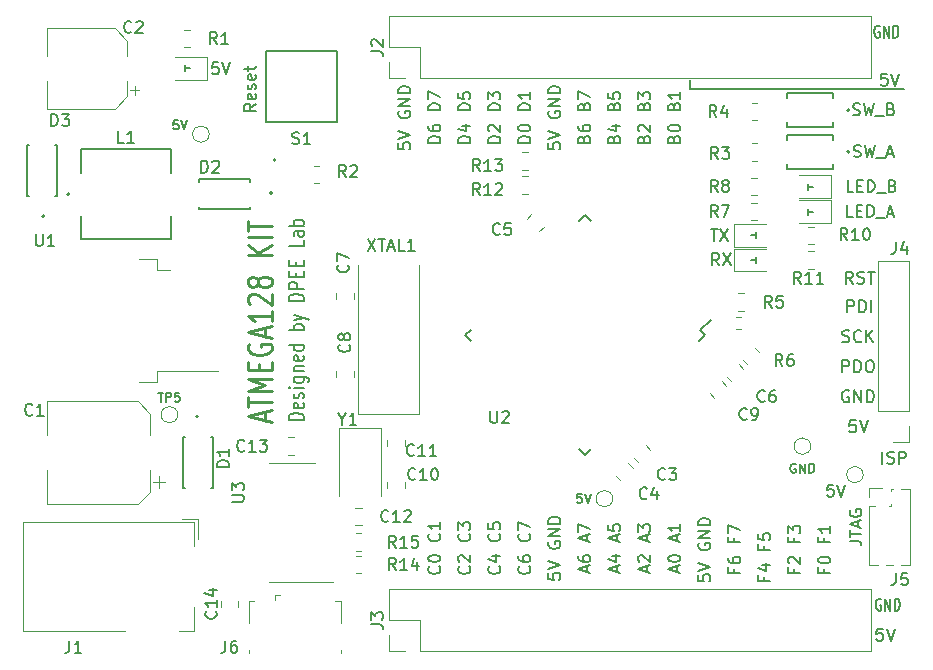
<source format=gbr>
%TF.GenerationSoftware,KiCad,Pcbnew,(6.0.5)*%
%TF.CreationDate,2022-06-14T16:15:44+07:00*%
%TF.ProjectId,atm128,61746d31-3238-42e6-9b69-6361645f7063,0.0*%
%TF.SameCoordinates,Original*%
%TF.FileFunction,Legend,Top*%
%TF.FilePolarity,Positive*%
%FSLAX46Y46*%
G04 Gerber Fmt 4.6, Leading zero omitted, Abs format (unit mm)*
G04 Created by KiCad (PCBNEW (6.0.5)) date 2022-06-14 16:15:44*
%MOMM*%
%LPD*%
G01*
G04 APERTURE LIST*
%ADD10C,0.150000*%
%ADD11C,0.152400*%
%ADD12C,0.254000*%
%ADD13C,0.120000*%
%ADD14C,0.127000*%
%ADD15C,0.200000*%
G04 APERTURE END LIST*
D10*
X110490000Y-32512000D02*
X128651000Y-32512000D01*
X120523000Y-42926000D02*
X120904000Y-42926000D01*
X116078000Y-46990000D02*
X115697000Y-46990000D01*
X67754500Y-30734000D02*
X68135500Y-30734000D01*
X116078000Y-44831000D02*
X115697000Y-44831000D01*
X120523000Y-40767000D02*
X120904000Y-40767000D01*
X120523000Y-40513000D02*
X120523000Y-41021000D01*
X116078000Y-45085000D02*
X116078000Y-44577000D01*
X110490000Y-31750000D02*
X110490000Y-32512000D01*
X116078000Y-47244000D02*
X116078000Y-46736000D01*
X120523000Y-42672000D02*
X120523000Y-43180000D01*
X67754500Y-30480000D02*
X67754500Y-30988000D01*
D11*
X96882857Y-72922190D02*
X96931238Y-72970571D01*
X96979619Y-73115714D01*
X96979619Y-73212476D01*
X96931238Y-73357619D01*
X96834476Y-73454380D01*
X96737714Y-73502761D01*
X96544190Y-73551142D01*
X96399047Y-73551142D01*
X96205523Y-73502761D01*
X96108761Y-73454380D01*
X96012000Y-73357619D01*
X95963619Y-73212476D01*
X95963619Y-73115714D01*
X96012000Y-72970571D01*
X96060380Y-72922190D01*
X95963619Y-72051333D02*
X95963619Y-72244857D01*
X96012000Y-72341619D01*
X96060380Y-72390000D01*
X96205523Y-72486761D01*
X96399047Y-72535142D01*
X96786095Y-72535142D01*
X96882857Y-72486761D01*
X96931238Y-72438380D01*
X96979619Y-72341619D01*
X96979619Y-72148095D01*
X96931238Y-72051333D01*
X96882857Y-72002952D01*
X96786095Y-71954571D01*
X96544190Y-71954571D01*
X96447428Y-72002952D01*
X96399047Y-72051333D01*
X96350666Y-72148095D01*
X96350666Y-72341619D01*
X96399047Y-72438380D01*
X96447428Y-72486761D01*
X96544190Y-72535142D01*
X96882857Y-70164476D02*
X96931238Y-70212857D01*
X96979619Y-70358000D01*
X96979619Y-70454761D01*
X96931238Y-70599904D01*
X96834476Y-70696666D01*
X96737714Y-70745047D01*
X96544190Y-70793428D01*
X96399047Y-70793428D01*
X96205523Y-70745047D01*
X96108761Y-70696666D01*
X96012000Y-70599904D01*
X95963619Y-70454761D01*
X95963619Y-70358000D01*
X96012000Y-70212857D01*
X96060380Y-70164476D01*
X95963619Y-69825809D02*
X95963619Y-69148476D01*
X96979619Y-69583904D01*
X94439619Y-37053761D02*
X93423619Y-37053761D01*
X93423619Y-36811857D01*
X93472000Y-36666714D01*
X93568761Y-36569952D01*
X93665523Y-36521571D01*
X93859047Y-36473190D01*
X94004190Y-36473190D01*
X94197714Y-36521571D01*
X94294476Y-36569952D01*
X94391238Y-36666714D01*
X94439619Y-36811857D01*
X94439619Y-37053761D01*
X93520380Y-36086142D02*
X93472000Y-36037761D01*
X93423619Y-35941000D01*
X93423619Y-35699095D01*
X93472000Y-35602333D01*
X93520380Y-35553952D01*
X93617142Y-35505571D01*
X93713904Y-35505571D01*
X93859047Y-35553952D01*
X94439619Y-36134523D01*
X94439619Y-35505571D01*
X94439619Y-34296047D02*
X93423619Y-34296047D01*
X93423619Y-34054142D01*
X93472000Y-33909000D01*
X93568761Y-33812238D01*
X93665523Y-33763857D01*
X93859047Y-33715476D01*
X94004190Y-33715476D01*
X94197714Y-33763857D01*
X94294476Y-33812238D01*
X94391238Y-33909000D01*
X94439619Y-34054142D01*
X94439619Y-34296047D01*
X93423619Y-33376809D02*
X93423619Y-32747857D01*
X93810666Y-33086523D01*
X93810666Y-32941380D01*
X93859047Y-32844619D01*
X93907428Y-32796238D01*
X94004190Y-32747857D01*
X94246095Y-32747857D01*
X94342857Y-32796238D01*
X94391238Y-32844619D01*
X94439619Y-32941380D01*
X94439619Y-33231666D01*
X94391238Y-33328428D01*
X94342857Y-33376809D01*
X101527428Y-36715095D02*
X101575809Y-36569952D01*
X101624190Y-36521571D01*
X101720952Y-36473190D01*
X101866095Y-36473190D01*
X101962857Y-36521571D01*
X102011238Y-36569952D01*
X102059619Y-36666714D01*
X102059619Y-37053761D01*
X101043619Y-37053761D01*
X101043619Y-36715095D01*
X101092000Y-36618333D01*
X101140380Y-36569952D01*
X101237142Y-36521571D01*
X101333904Y-36521571D01*
X101430666Y-36569952D01*
X101479047Y-36618333D01*
X101527428Y-36715095D01*
X101527428Y-37053761D01*
X101043619Y-35602333D02*
X101043619Y-35795857D01*
X101092000Y-35892619D01*
X101140380Y-35941000D01*
X101285523Y-36037761D01*
X101479047Y-36086142D01*
X101866095Y-36086142D01*
X101962857Y-36037761D01*
X102011238Y-35989380D01*
X102059619Y-35892619D01*
X102059619Y-35699095D01*
X102011238Y-35602333D01*
X101962857Y-35553952D01*
X101866095Y-35505571D01*
X101624190Y-35505571D01*
X101527428Y-35553952D01*
X101479047Y-35602333D01*
X101430666Y-35699095D01*
X101430666Y-35892619D01*
X101479047Y-35989380D01*
X101527428Y-36037761D01*
X101624190Y-36086142D01*
X101527428Y-33957380D02*
X101575809Y-33812238D01*
X101624190Y-33763857D01*
X101720952Y-33715476D01*
X101866095Y-33715476D01*
X101962857Y-33763857D01*
X102011238Y-33812238D01*
X102059619Y-33909000D01*
X102059619Y-34296047D01*
X101043619Y-34296047D01*
X101043619Y-33957380D01*
X101092000Y-33860619D01*
X101140380Y-33812238D01*
X101237142Y-33763857D01*
X101333904Y-33763857D01*
X101430666Y-33812238D01*
X101479047Y-33860619D01*
X101527428Y-33957380D01*
X101527428Y-34296047D01*
X101043619Y-33376809D02*
X101043619Y-32699476D01*
X102059619Y-33134904D01*
X85803619Y-37053761D02*
X85803619Y-37537571D01*
X86287428Y-37585952D01*
X86239047Y-37537571D01*
X86190666Y-37440809D01*
X86190666Y-37198904D01*
X86239047Y-37102142D01*
X86287428Y-37053761D01*
X86384190Y-37005380D01*
X86626095Y-37005380D01*
X86722857Y-37053761D01*
X86771238Y-37102142D01*
X86819619Y-37198904D01*
X86819619Y-37440809D01*
X86771238Y-37537571D01*
X86722857Y-37585952D01*
X85803619Y-36715095D02*
X86819619Y-36376428D01*
X85803619Y-36037761D01*
X85852000Y-34392809D02*
X85803619Y-34489571D01*
X85803619Y-34634714D01*
X85852000Y-34779857D01*
X85948761Y-34876619D01*
X86045523Y-34925000D01*
X86239047Y-34973380D01*
X86384190Y-34973380D01*
X86577714Y-34925000D01*
X86674476Y-34876619D01*
X86771238Y-34779857D01*
X86819619Y-34634714D01*
X86819619Y-34537952D01*
X86771238Y-34392809D01*
X86722857Y-34344428D01*
X86384190Y-34344428D01*
X86384190Y-34537952D01*
X86819619Y-33909000D02*
X85803619Y-33909000D01*
X86819619Y-33328428D01*
X85803619Y-33328428D01*
X86819619Y-32844619D02*
X85803619Y-32844619D01*
X85803619Y-32602714D01*
X85852000Y-32457571D01*
X85948761Y-32360809D01*
X86045523Y-32312428D01*
X86239047Y-32264047D01*
X86384190Y-32264047D01*
X86577714Y-32312428D01*
X86674476Y-32360809D01*
X86771238Y-32457571D01*
X86819619Y-32602714D01*
X86819619Y-32844619D01*
X126546428Y-27178000D02*
X126473857Y-27129619D01*
X126365000Y-27129619D01*
X126256142Y-27178000D01*
X126183571Y-27274761D01*
X126147285Y-27371523D01*
X126111000Y-27565047D01*
X126111000Y-27710190D01*
X126147285Y-27903714D01*
X126183571Y-28000476D01*
X126256142Y-28097238D01*
X126365000Y-28145619D01*
X126437571Y-28145619D01*
X126546428Y-28097238D01*
X126582714Y-28048857D01*
X126582714Y-27710190D01*
X126437571Y-27710190D01*
X126909285Y-28145619D02*
X126909285Y-27129619D01*
X127344714Y-28145619D01*
X127344714Y-27129619D01*
X127707571Y-28145619D02*
X127707571Y-27129619D01*
X127889000Y-27129619D01*
X127997857Y-27178000D01*
X128070428Y-27274761D01*
X128106714Y-27371523D01*
X128143000Y-27565047D01*
X128143000Y-27710190D01*
X128106714Y-27903714D01*
X128070428Y-28000476D01*
X127997857Y-28097238D01*
X127889000Y-28145619D01*
X127707571Y-28145619D01*
X119307428Y-73145952D02*
X119307428Y-73484619D01*
X119839619Y-73484619D02*
X118823619Y-73484619D01*
X118823619Y-73000809D01*
X118920380Y-72662142D02*
X118872000Y-72613761D01*
X118823619Y-72517000D01*
X118823619Y-72275095D01*
X118872000Y-72178333D01*
X118920380Y-72129952D01*
X119017142Y-72081571D01*
X119113904Y-72081571D01*
X119259047Y-72129952D01*
X119839619Y-72710523D01*
X119839619Y-72081571D01*
X119307428Y-70533380D02*
X119307428Y-70872047D01*
X119839619Y-70872047D02*
X118823619Y-70872047D01*
X118823619Y-70388238D01*
X118823619Y-70097952D02*
X118823619Y-69469000D01*
X119210666Y-69807666D01*
X119210666Y-69662523D01*
X119259047Y-69565761D01*
X119307428Y-69517380D01*
X119404190Y-69469000D01*
X119646095Y-69469000D01*
X119742857Y-69517380D01*
X119791238Y-69565761D01*
X119839619Y-69662523D01*
X119839619Y-69952809D01*
X119791238Y-70049571D01*
X119742857Y-70097952D01*
X116767428Y-73780952D02*
X116767428Y-74119619D01*
X117299619Y-74119619D02*
X116283619Y-74119619D01*
X116283619Y-73635809D01*
X116622285Y-72813333D02*
X117299619Y-72813333D01*
X116235238Y-73055238D02*
X116960952Y-73297142D01*
X116960952Y-72668190D01*
X116767428Y-71168380D02*
X116767428Y-71507047D01*
X117299619Y-71507047D02*
X116283619Y-71507047D01*
X116283619Y-71023238D01*
X116283619Y-70152380D02*
X116283619Y-70636190D01*
X116767428Y-70684571D01*
X116719047Y-70636190D01*
X116670666Y-70539428D01*
X116670666Y-70297523D01*
X116719047Y-70200761D01*
X116767428Y-70152380D01*
X116864190Y-70104000D01*
X117106095Y-70104000D01*
X117202857Y-70152380D01*
X117251238Y-70200761D01*
X117299619Y-70297523D01*
X117299619Y-70539428D01*
X117251238Y-70636190D01*
X117202857Y-70684571D01*
D12*
X74506666Y-60579000D02*
X74506666Y-59853285D01*
X75087238Y-60724142D02*
X73055238Y-60216142D01*
X75087238Y-59708142D01*
X73055238Y-59417857D02*
X73055238Y-58547000D01*
X75087238Y-58982428D02*
X73055238Y-58982428D01*
X75087238Y-58039000D02*
X73055238Y-58039000D01*
X74506666Y-57531000D01*
X73055238Y-57023000D01*
X75087238Y-57023000D01*
X74022857Y-56297285D02*
X74022857Y-55789285D01*
X75087238Y-55571571D02*
X75087238Y-56297285D01*
X73055238Y-56297285D01*
X73055238Y-55571571D01*
X73152000Y-54120142D02*
X73055238Y-54265285D01*
X73055238Y-54483000D01*
X73152000Y-54700714D01*
X73345523Y-54845857D01*
X73539047Y-54918428D01*
X73926095Y-54991000D01*
X74216380Y-54991000D01*
X74603428Y-54918428D01*
X74796952Y-54845857D01*
X74990476Y-54700714D01*
X75087238Y-54483000D01*
X75087238Y-54337857D01*
X74990476Y-54120142D01*
X74893714Y-54047571D01*
X74216380Y-54047571D01*
X74216380Y-54337857D01*
X74506666Y-53467000D02*
X74506666Y-52741285D01*
X75087238Y-53612142D02*
X73055238Y-53104142D01*
X75087238Y-52596142D01*
X75087238Y-51289857D02*
X75087238Y-52160714D01*
X75087238Y-51725285D02*
X73055238Y-51725285D01*
X73345523Y-51870428D01*
X73539047Y-52015571D01*
X73635809Y-52160714D01*
X73248761Y-50709285D02*
X73152000Y-50636714D01*
X73055238Y-50491571D01*
X73055238Y-50128714D01*
X73152000Y-49983571D01*
X73248761Y-49911000D01*
X73442285Y-49838428D01*
X73635809Y-49838428D01*
X73926095Y-49911000D01*
X75087238Y-50781857D01*
X75087238Y-49838428D01*
X73926095Y-48967571D02*
X73829333Y-49112714D01*
X73732571Y-49185285D01*
X73539047Y-49257857D01*
X73442285Y-49257857D01*
X73248761Y-49185285D01*
X73152000Y-49112714D01*
X73055238Y-48967571D01*
X73055238Y-48677285D01*
X73152000Y-48532142D01*
X73248761Y-48459571D01*
X73442285Y-48387000D01*
X73539047Y-48387000D01*
X73732571Y-48459571D01*
X73829333Y-48532142D01*
X73926095Y-48677285D01*
X73926095Y-48967571D01*
X74022857Y-49112714D01*
X74119619Y-49185285D01*
X74313142Y-49257857D01*
X74700190Y-49257857D01*
X74893714Y-49185285D01*
X74990476Y-49112714D01*
X75087238Y-48967571D01*
X75087238Y-48677285D01*
X74990476Y-48532142D01*
X74893714Y-48459571D01*
X74700190Y-48387000D01*
X74313142Y-48387000D01*
X74119619Y-48459571D01*
X74022857Y-48532142D01*
X73926095Y-48677285D01*
X75087238Y-46572714D02*
X73055238Y-46572714D01*
X75087238Y-45701857D02*
X73926095Y-46355000D01*
X73055238Y-45701857D02*
X74216380Y-46572714D01*
X75087238Y-45048714D02*
X73055238Y-45048714D01*
X73055238Y-44540714D02*
X73055238Y-43669857D01*
X75087238Y-44105285D02*
X73055238Y-44105285D01*
D11*
X123407714Y-53878238D02*
X123552857Y-53926619D01*
X123794761Y-53926619D01*
X123891523Y-53878238D01*
X123939904Y-53829857D01*
X123988285Y-53733095D01*
X123988285Y-53636333D01*
X123939904Y-53539571D01*
X123891523Y-53491190D01*
X123794761Y-53442809D01*
X123601238Y-53394428D01*
X123504476Y-53346047D01*
X123456095Y-53297666D01*
X123407714Y-53200904D01*
X123407714Y-53104142D01*
X123456095Y-53007380D01*
X123504476Y-52959000D01*
X123601238Y-52910619D01*
X123843142Y-52910619D01*
X123988285Y-52959000D01*
X125004285Y-53829857D02*
X124955904Y-53878238D01*
X124810761Y-53926619D01*
X124714000Y-53926619D01*
X124568857Y-53878238D01*
X124472095Y-53781476D01*
X124423714Y-53684714D01*
X124375333Y-53491190D01*
X124375333Y-53346047D01*
X124423714Y-53152523D01*
X124472095Y-53055761D01*
X124568857Y-52959000D01*
X124714000Y-52910619D01*
X124810761Y-52910619D01*
X124955904Y-52959000D01*
X125004285Y-53007380D01*
X125439714Y-53926619D02*
X125439714Y-52910619D01*
X126020285Y-53926619D02*
X125584857Y-53346047D01*
X126020285Y-52910619D02*
X125439714Y-53491190D01*
X104067428Y-36715095D02*
X104115809Y-36569952D01*
X104164190Y-36521571D01*
X104260952Y-36473190D01*
X104406095Y-36473190D01*
X104502857Y-36521571D01*
X104551238Y-36569952D01*
X104599619Y-36666714D01*
X104599619Y-37053761D01*
X103583619Y-37053761D01*
X103583619Y-36715095D01*
X103632000Y-36618333D01*
X103680380Y-36569952D01*
X103777142Y-36521571D01*
X103873904Y-36521571D01*
X103970666Y-36569952D01*
X104019047Y-36618333D01*
X104067428Y-36715095D01*
X104067428Y-37053761D01*
X103922285Y-35602333D02*
X104599619Y-35602333D01*
X103535238Y-35844238D02*
X104260952Y-36086142D01*
X104260952Y-35457190D01*
X104067428Y-33957380D02*
X104115809Y-33812238D01*
X104164190Y-33763857D01*
X104260952Y-33715476D01*
X104406095Y-33715476D01*
X104502857Y-33763857D01*
X104551238Y-33812238D01*
X104599619Y-33909000D01*
X104599619Y-34296047D01*
X103583619Y-34296047D01*
X103583619Y-33957380D01*
X103632000Y-33860619D01*
X103680380Y-33812238D01*
X103777142Y-33763857D01*
X103873904Y-33763857D01*
X103970666Y-33812238D01*
X104019047Y-33860619D01*
X104067428Y-33957380D01*
X104067428Y-34296047D01*
X103583619Y-32796238D02*
X103583619Y-33280047D01*
X104067428Y-33328428D01*
X104019047Y-33280047D01*
X103970666Y-33183285D01*
X103970666Y-32941380D01*
X104019047Y-32844619D01*
X104067428Y-32796238D01*
X104164190Y-32747857D01*
X104406095Y-32747857D01*
X104502857Y-32796238D01*
X104551238Y-32844619D01*
X104599619Y-32941380D01*
X104599619Y-33183285D01*
X104551238Y-33280047D01*
X104502857Y-33328428D01*
X96979619Y-37053761D02*
X95963619Y-37053761D01*
X95963619Y-36811857D01*
X96012000Y-36666714D01*
X96108761Y-36569952D01*
X96205523Y-36521571D01*
X96399047Y-36473190D01*
X96544190Y-36473190D01*
X96737714Y-36521571D01*
X96834476Y-36569952D01*
X96931238Y-36666714D01*
X96979619Y-36811857D01*
X96979619Y-37053761D01*
X95963619Y-35844238D02*
X95963619Y-35747476D01*
X96012000Y-35650714D01*
X96060380Y-35602333D01*
X96157142Y-35553952D01*
X96350666Y-35505571D01*
X96592571Y-35505571D01*
X96786095Y-35553952D01*
X96882857Y-35602333D01*
X96931238Y-35650714D01*
X96979619Y-35747476D01*
X96979619Y-35844238D01*
X96931238Y-35941000D01*
X96882857Y-35989380D01*
X96786095Y-36037761D01*
X96592571Y-36086142D01*
X96350666Y-36086142D01*
X96157142Y-36037761D01*
X96060380Y-35989380D01*
X96012000Y-35941000D01*
X95963619Y-35844238D01*
X96979619Y-34296047D02*
X95963619Y-34296047D01*
X95963619Y-34054142D01*
X96012000Y-33909000D01*
X96108761Y-33812238D01*
X96205523Y-33763857D01*
X96399047Y-33715476D01*
X96544190Y-33715476D01*
X96737714Y-33763857D01*
X96834476Y-33812238D01*
X96931238Y-33909000D01*
X96979619Y-34054142D01*
X96979619Y-34296047D01*
X96979619Y-32747857D02*
X96979619Y-33328428D01*
X96979619Y-33038142D02*
X95963619Y-33038142D01*
X96108761Y-33134904D01*
X96205523Y-33231666D01*
X96253904Y-33328428D01*
X89359619Y-37053761D02*
X88343619Y-37053761D01*
X88343619Y-36811857D01*
X88392000Y-36666714D01*
X88488761Y-36569952D01*
X88585523Y-36521571D01*
X88779047Y-36473190D01*
X88924190Y-36473190D01*
X89117714Y-36521571D01*
X89214476Y-36569952D01*
X89311238Y-36666714D01*
X89359619Y-36811857D01*
X89359619Y-37053761D01*
X88343619Y-35602333D02*
X88343619Y-35795857D01*
X88392000Y-35892619D01*
X88440380Y-35941000D01*
X88585523Y-36037761D01*
X88779047Y-36086142D01*
X89166095Y-36086142D01*
X89262857Y-36037761D01*
X89311238Y-35989380D01*
X89359619Y-35892619D01*
X89359619Y-35699095D01*
X89311238Y-35602333D01*
X89262857Y-35553952D01*
X89166095Y-35505571D01*
X88924190Y-35505571D01*
X88827428Y-35553952D01*
X88779047Y-35602333D01*
X88730666Y-35699095D01*
X88730666Y-35892619D01*
X88779047Y-35989380D01*
X88827428Y-36037761D01*
X88924190Y-36086142D01*
X89359619Y-34296047D02*
X88343619Y-34296047D01*
X88343619Y-34054142D01*
X88392000Y-33909000D01*
X88488761Y-33812238D01*
X88585523Y-33763857D01*
X88779047Y-33715476D01*
X88924190Y-33715476D01*
X89117714Y-33763857D01*
X89214476Y-33812238D01*
X89311238Y-33909000D01*
X89359619Y-34054142D01*
X89359619Y-34296047D01*
X88343619Y-33376809D02*
X88343619Y-32699476D01*
X89359619Y-33134904D01*
X126806476Y-78183619D02*
X126322666Y-78183619D01*
X126274285Y-78667428D01*
X126322666Y-78619047D01*
X126419428Y-78570666D01*
X126661333Y-78570666D01*
X126758095Y-78619047D01*
X126806476Y-78667428D01*
X126854857Y-78764190D01*
X126854857Y-79006095D01*
X126806476Y-79102857D01*
X126758095Y-79151238D01*
X126661333Y-79199619D01*
X126419428Y-79199619D01*
X126322666Y-79151238D01*
X126274285Y-79102857D01*
X127145142Y-78183619D02*
X127483809Y-79199619D01*
X127822476Y-78183619D01*
X114227428Y-73145952D02*
X114227428Y-73484619D01*
X114759619Y-73484619D02*
X113743619Y-73484619D01*
X113743619Y-73000809D01*
X113743619Y-72178333D02*
X113743619Y-72371857D01*
X113792000Y-72468619D01*
X113840380Y-72517000D01*
X113985523Y-72613761D01*
X114179047Y-72662142D01*
X114566095Y-72662142D01*
X114662857Y-72613761D01*
X114711238Y-72565380D01*
X114759619Y-72468619D01*
X114759619Y-72275095D01*
X114711238Y-72178333D01*
X114662857Y-72129952D01*
X114566095Y-72081571D01*
X114324190Y-72081571D01*
X114227428Y-72129952D01*
X114179047Y-72178333D01*
X114130666Y-72275095D01*
X114130666Y-72468619D01*
X114179047Y-72565380D01*
X114227428Y-72613761D01*
X114324190Y-72662142D01*
X114227428Y-70533380D02*
X114227428Y-70872047D01*
X114759619Y-70872047D02*
X113743619Y-70872047D01*
X113743619Y-70388238D01*
X113743619Y-70097952D02*
X113743619Y-69420619D01*
X114759619Y-69856047D01*
X123825000Y-51386619D02*
X123825000Y-50370619D01*
X124212047Y-50370619D01*
X124308809Y-50419000D01*
X124357190Y-50467380D01*
X124405571Y-50564142D01*
X124405571Y-50709285D01*
X124357190Y-50806047D01*
X124308809Y-50854428D01*
X124212047Y-50902809D01*
X123825000Y-50902809D01*
X124841000Y-51386619D02*
X124841000Y-50370619D01*
X125082904Y-50370619D01*
X125228047Y-50419000D01*
X125324809Y-50515761D01*
X125373190Y-50612523D01*
X125421571Y-50806047D01*
X125421571Y-50951190D01*
X125373190Y-51144714D01*
X125324809Y-51241476D01*
X125228047Y-51338238D01*
X125082904Y-51386619D01*
X124841000Y-51386619D01*
X125857000Y-51386619D02*
X125857000Y-50370619D01*
X124520476Y-60530619D02*
X124036666Y-60530619D01*
X123988285Y-61014428D01*
X124036666Y-60966047D01*
X124133428Y-60917666D01*
X124375333Y-60917666D01*
X124472095Y-60966047D01*
X124520476Y-61014428D01*
X124568857Y-61111190D01*
X124568857Y-61353095D01*
X124520476Y-61449857D01*
X124472095Y-61498238D01*
X124375333Y-61546619D01*
X124133428Y-61546619D01*
X124036666Y-61498238D01*
X123988285Y-61449857D01*
X124859142Y-60530619D02*
X125197809Y-61546619D01*
X125536476Y-60530619D01*
X91802857Y-72922190D02*
X91851238Y-72970571D01*
X91899619Y-73115714D01*
X91899619Y-73212476D01*
X91851238Y-73357619D01*
X91754476Y-73454380D01*
X91657714Y-73502761D01*
X91464190Y-73551142D01*
X91319047Y-73551142D01*
X91125523Y-73502761D01*
X91028761Y-73454380D01*
X90932000Y-73357619D01*
X90883619Y-73212476D01*
X90883619Y-73115714D01*
X90932000Y-72970571D01*
X90980380Y-72922190D01*
X90980380Y-72535142D02*
X90932000Y-72486761D01*
X90883619Y-72390000D01*
X90883619Y-72148095D01*
X90932000Y-72051333D01*
X90980380Y-72002952D01*
X91077142Y-71954571D01*
X91173904Y-71954571D01*
X91319047Y-72002952D01*
X91899619Y-72583523D01*
X91899619Y-71954571D01*
X91802857Y-70164476D02*
X91851238Y-70212857D01*
X91899619Y-70358000D01*
X91899619Y-70454761D01*
X91851238Y-70599904D01*
X91754476Y-70696666D01*
X91657714Y-70745047D01*
X91464190Y-70793428D01*
X91319047Y-70793428D01*
X91125523Y-70745047D01*
X91028761Y-70696666D01*
X90932000Y-70599904D01*
X90883619Y-70454761D01*
X90883619Y-70358000D01*
X90932000Y-70212857D01*
X90980380Y-70164476D01*
X90883619Y-69825809D02*
X90883619Y-69196857D01*
X91270666Y-69535523D01*
X91270666Y-69390380D01*
X91319047Y-69293619D01*
X91367428Y-69245238D01*
X91464190Y-69196857D01*
X91706095Y-69196857D01*
X91802857Y-69245238D01*
X91851238Y-69293619D01*
X91899619Y-69390380D01*
X91899619Y-69680666D01*
X91851238Y-69777428D01*
X91802857Y-69825809D01*
X94342857Y-72922190D02*
X94391238Y-72970571D01*
X94439619Y-73115714D01*
X94439619Y-73212476D01*
X94391238Y-73357619D01*
X94294476Y-73454380D01*
X94197714Y-73502761D01*
X94004190Y-73551142D01*
X93859047Y-73551142D01*
X93665523Y-73502761D01*
X93568761Y-73454380D01*
X93472000Y-73357619D01*
X93423619Y-73212476D01*
X93423619Y-73115714D01*
X93472000Y-72970571D01*
X93520380Y-72922190D01*
X93762285Y-72051333D02*
X94439619Y-72051333D01*
X93375238Y-72293238D02*
X94100952Y-72535142D01*
X94100952Y-71906190D01*
X94342857Y-70164476D02*
X94391238Y-70212857D01*
X94439619Y-70358000D01*
X94439619Y-70454761D01*
X94391238Y-70599904D01*
X94294476Y-70696666D01*
X94197714Y-70745047D01*
X94004190Y-70793428D01*
X93859047Y-70793428D01*
X93665523Y-70745047D01*
X93568761Y-70696666D01*
X93472000Y-70599904D01*
X93423619Y-70454761D01*
X93423619Y-70358000D01*
X93472000Y-70212857D01*
X93520380Y-70164476D01*
X93423619Y-69245238D02*
X93423619Y-69729047D01*
X93907428Y-69777428D01*
X93859047Y-69729047D01*
X93810666Y-69632285D01*
X93810666Y-69390380D01*
X93859047Y-69293619D01*
X93907428Y-69245238D01*
X94004190Y-69196857D01*
X94246095Y-69196857D01*
X94342857Y-69245238D01*
X94391238Y-69293619D01*
X94439619Y-69390380D01*
X94439619Y-69632285D01*
X94391238Y-69729047D01*
X94342857Y-69777428D01*
X121847428Y-73145952D02*
X121847428Y-73484619D01*
X122379619Y-73484619D02*
X121363619Y-73484619D01*
X121363619Y-73000809D01*
X121363619Y-72420238D02*
X121363619Y-72323476D01*
X121412000Y-72226714D01*
X121460380Y-72178333D01*
X121557142Y-72129952D01*
X121750666Y-72081571D01*
X121992571Y-72081571D01*
X122186095Y-72129952D01*
X122282857Y-72178333D01*
X122331238Y-72226714D01*
X122379619Y-72323476D01*
X122379619Y-72420238D01*
X122331238Y-72517000D01*
X122282857Y-72565380D01*
X122186095Y-72613761D01*
X121992571Y-72662142D01*
X121750666Y-72662142D01*
X121557142Y-72613761D01*
X121460380Y-72565380D01*
X121412000Y-72517000D01*
X121363619Y-72420238D01*
X121847428Y-70533380D02*
X121847428Y-70872047D01*
X122379619Y-70872047D02*
X121363619Y-70872047D01*
X121363619Y-70388238D01*
X122379619Y-69469000D02*
X122379619Y-70049571D01*
X122379619Y-69759285D02*
X121363619Y-69759285D01*
X121508761Y-69856047D01*
X121605523Y-69952809D01*
X121653904Y-70049571D01*
X127187476Y-31193619D02*
X126703666Y-31193619D01*
X126655285Y-31677428D01*
X126703666Y-31629047D01*
X126800428Y-31580666D01*
X127042333Y-31580666D01*
X127139095Y-31629047D01*
X127187476Y-31677428D01*
X127235857Y-31774190D01*
X127235857Y-32016095D01*
X127187476Y-32112857D01*
X127139095Y-32161238D01*
X127042333Y-32209619D01*
X126800428Y-32209619D01*
X126703666Y-32161238D01*
X126655285Y-32112857D01*
X127526142Y-31193619D02*
X127864809Y-32209619D01*
X128203476Y-31193619D01*
X91899619Y-37053761D02*
X90883619Y-37053761D01*
X90883619Y-36811857D01*
X90932000Y-36666714D01*
X91028761Y-36569952D01*
X91125523Y-36521571D01*
X91319047Y-36473190D01*
X91464190Y-36473190D01*
X91657714Y-36521571D01*
X91754476Y-36569952D01*
X91851238Y-36666714D01*
X91899619Y-36811857D01*
X91899619Y-37053761D01*
X91222285Y-35602333D02*
X91899619Y-35602333D01*
X90835238Y-35844238D02*
X91560952Y-36086142D01*
X91560952Y-35457190D01*
X91899619Y-34296047D02*
X90883619Y-34296047D01*
X90883619Y-34054142D01*
X90932000Y-33909000D01*
X91028761Y-33812238D01*
X91125523Y-33763857D01*
X91319047Y-33715476D01*
X91464190Y-33715476D01*
X91657714Y-33763857D01*
X91754476Y-33812238D01*
X91851238Y-33909000D01*
X91899619Y-34054142D01*
X91899619Y-34296047D01*
X90883619Y-32796238D02*
X90883619Y-33280047D01*
X91367428Y-33328428D01*
X91319047Y-33280047D01*
X91270666Y-33183285D01*
X91270666Y-32941380D01*
X91319047Y-32844619D01*
X91367428Y-32796238D01*
X91464190Y-32747857D01*
X91706095Y-32747857D01*
X91802857Y-32796238D01*
X91851238Y-32844619D01*
X91899619Y-32941380D01*
X91899619Y-33183285D01*
X91851238Y-33280047D01*
X91802857Y-33328428D01*
X104309333Y-73406000D02*
X104309333Y-72922190D01*
X104599619Y-73502761D02*
X103583619Y-73164095D01*
X104599619Y-72825428D01*
X103922285Y-72051333D02*
X104599619Y-72051333D01*
X103535238Y-72293238D02*
X104260952Y-72535142D01*
X104260952Y-71906190D01*
X104309333Y-70793428D02*
X104309333Y-70309619D01*
X104599619Y-70890190D02*
X103583619Y-70551523D01*
X104599619Y-70212857D01*
X103583619Y-69390380D02*
X103583619Y-69874190D01*
X104067428Y-69922571D01*
X104019047Y-69874190D01*
X103970666Y-69777428D01*
X103970666Y-69535523D01*
X104019047Y-69438761D01*
X104067428Y-69390380D01*
X104164190Y-69342000D01*
X104406095Y-69342000D01*
X104502857Y-69390380D01*
X104551238Y-69438761D01*
X104599619Y-69535523D01*
X104599619Y-69777428D01*
X104551238Y-69874190D01*
X104502857Y-69922571D01*
X98503619Y-73502761D02*
X98503619Y-73986571D01*
X98987428Y-74034952D01*
X98939047Y-73986571D01*
X98890666Y-73889809D01*
X98890666Y-73647904D01*
X98939047Y-73551142D01*
X98987428Y-73502761D01*
X99084190Y-73454380D01*
X99326095Y-73454380D01*
X99422857Y-73502761D01*
X99471238Y-73551142D01*
X99519619Y-73647904D01*
X99519619Y-73889809D01*
X99471238Y-73986571D01*
X99422857Y-74034952D01*
X98503619Y-73164095D02*
X99519619Y-72825428D01*
X98503619Y-72486761D01*
X98552000Y-70841809D02*
X98503619Y-70938571D01*
X98503619Y-71083714D01*
X98552000Y-71228857D01*
X98648761Y-71325619D01*
X98745523Y-71374000D01*
X98939047Y-71422380D01*
X99084190Y-71422380D01*
X99277714Y-71374000D01*
X99374476Y-71325619D01*
X99471238Y-71228857D01*
X99519619Y-71083714D01*
X99519619Y-70986952D01*
X99471238Y-70841809D01*
X99422857Y-70793428D01*
X99084190Y-70793428D01*
X99084190Y-70986952D01*
X99519619Y-70358000D02*
X98503619Y-70358000D01*
X99519619Y-69777428D01*
X98503619Y-69777428D01*
X99519619Y-69293619D02*
X98503619Y-69293619D01*
X98503619Y-69051714D01*
X98552000Y-68906571D01*
X98648761Y-68809809D01*
X98745523Y-68761428D01*
X98939047Y-68713047D01*
X99084190Y-68713047D01*
X99277714Y-68761428D01*
X99374476Y-68809809D01*
X99471238Y-68906571D01*
X99519619Y-69051714D01*
X99519619Y-69293619D01*
X101769333Y-73406000D02*
X101769333Y-72922190D01*
X102059619Y-73502761D02*
X101043619Y-73164095D01*
X102059619Y-72825428D01*
X101043619Y-72051333D02*
X101043619Y-72244857D01*
X101092000Y-72341619D01*
X101140380Y-72390000D01*
X101285523Y-72486761D01*
X101479047Y-72535142D01*
X101866095Y-72535142D01*
X101962857Y-72486761D01*
X102011238Y-72438380D01*
X102059619Y-72341619D01*
X102059619Y-72148095D01*
X102011238Y-72051333D01*
X101962857Y-72002952D01*
X101866095Y-71954571D01*
X101624190Y-71954571D01*
X101527428Y-72002952D01*
X101479047Y-72051333D01*
X101430666Y-72148095D01*
X101430666Y-72341619D01*
X101479047Y-72438380D01*
X101527428Y-72486761D01*
X101624190Y-72535142D01*
X101769333Y-70793428D02*
X101769333Y-70309619D01*
X102059619Y-70890190D02*
X101043619Y-70551523D01*
X102059619Y-70212857D01*
X101043619Y-69970952D02*
X101043619Y-69293619D01*
X102059619Y-69729047D01*
X89262857Y-72922190D02*
X89311238Y-72970571D01*
X89359619Y-73115714D01*
X89359619Y-73212476D01*
X89311238Y-73357619D01*
X89214476Y-73454380D01*
X89117714Y-73502761D01*
X88924190Y-73551142D01*
X88779047Y-73551142D01*
X88585523Y-73502761D01*
X88488761Y-73454380D01*
X88392000Y-73357619D01*
X88343619Y-73212476D01*
X88343619Y-73115714D01*
X88392000Y-72970571D01*
X88440380Y-72922190D01*
X88343619Y-72293238D02*
X88343619Y-72196476D01*
X88392000Y-72099714D01*
X88440380Y-72051333D01*
X88537142Y-72002952D01*
X88730666Y-71954571D01*
X88972571Y-71954571D01*
X89166095Y-72002952D01*
X89262857Y-72051333D01*
X89311238Y-72099714D01*
X89359619Y-72196476D01*
X89359619Y-72293238D01*
X89311238Y-72390000D01*
X89262857Y-72438380D01*
X89166095Y-72486761D01*
X88972571Y-72535142D01*
X88730666Y-72535142D01*
X88537142Y-72486761D01*
X88440380Y-72438380D01*
X88392000Y-72390000D01*
X88343619Y-72293238D01*
X89262857Y-70164476D02*
X89311238Y-70212857D01*
X89359619Y-70358000D01*
X89359619Y-70454761D01*
X89311238Y-70599904D01*
X89214476Y-70696666D01*
X89117714Y-70745047D01*
X88924190Y-70793428D01*
X88779047Y-70793428D01*
X88585523Y-70745047D01*
X88488761Y-70696666D01*
X88392000Y-70599904D01*
X88343619Y-70454761D01*
X88343619Y-70358000D01*
X88392000Y-70212857D01*
X88440380Y-70164476D01*
X89359619Y-69196857D02*
X89359619Y-69777428D01*
X89359619Y-69487142D02*
X88343619Y-69487142D01*
X88488761Y-69583904D01*
X88585523Y-69680666D01*
X88633904Y-69777428D01*
X77790523Y-60512476D02*
X76520523Y-60512476D01*
X76520523Y-60270571D01*
X76581000Y-60125428D01*
X76701952Y-60028666D01*
X76822904Y-59980285D01*
X77064809Y-59931904D01*
X77246238Y-59931904D01*
X77488142Y-59980285D01*
X77609095Y-60028666D01*
X77730047Y-60125428D01*
X77790523Y-60270571D01*
X77790523Y-60512476D01*
X77730047Y-59109428D02*
X77790523Y-59206190D01*
X77790523Y-59399714D01*
X77730047Y-59496476D01*
X77609095Y-59544857D01*
X77125285Y-59544857D01*
X77004333Y-59496476D01*
X76943857Y-59399714D01*
X76943857Y-59206190D01*
X77004333Y-59109428D01*
X77125285Y-59061047D01*
X77246238Y-59061047D01*
X77367190Y-59544857D01*
X77730047Y-58674000D02*
X77790523Y-58577238D01*
X77790523Y-58383714D01*
X77730047Y-58286952D01*
X77609095Y-58238571D01*
X77548619Y-58238571D01*
X77427666Y-58286952D01*
X77367190Y-58383714D01*
X77367190Y-58528857D01*
X77306714Y-58625619D01*
X77185761Y-58674000D01*
X77125285Y-58674000D01*
X77004333Y-58625619D01*
X76943857Y-58528857D01*
X76943857Y-58383714D01*
X77004333Y-58286952D01*
X77790523Y-57803142D02*
X76943857Y-57803142D01*
X76520523Y-57803142D02*
X76581000Y-57851523D01*
X76641476Y-57803142D01*
X76581000Y-57754761D01*
X76520523Y-57803142D01*
X76641476Y-57803142D01*
X76943857Y-56883904D02*
X77971952Y-56883904D01*
X78092904Y-56932285D01*
X78153380Y-56980666D01*
X78213857Y-57077428D01*
X78213857Y-57222571D01*
X78153380Y-57319333D01*
X77730047Y-56883904D02*
X77790523Y-56980666D01*
X77790523Y-57174190D01*
X77730047Y-57270952D01*
X77669571Y-57319333D01*
X77548619Y-57367714D01*
X77185761Y-57367714D01*
X77064809Y-57319333D01*
X77004333Y-57270952D01*
X76943857Y-57174190D01*
X76943857Y-56980666D01*
X77004333Y-56883904D01*
X76943857Y-56400095D02*
X77790523Y-56400095D01*
X77064809Y-56400095D02*
X77004333Y-56351714D01*
X76943857Y-56254952D01*
X76943857Y-56109809D01*
X77004333Y-56013047D01*
X77125285Y-55964666D01*
X77790523Y-55964666D01*
X77730047Y-55093809D02*
X77790523Y-55190571D01*
X77790523Y-55384095D01*
X77730047Y-55480857D01*
X77609095Y-55529238D01*
X77125285Y-55529238D01*
X77004333Y-55480857D01*
X76943857Y-55384095D01*
X76943857Y-55190571D01*
X77004333Y-55093809D01*
X77125285Y-55045428D01*
X77246238Y-55045428D01*
X77367190Y-55529238D01*
X77790523Y-54174571D02*
X76520523Y-54174571D01*
X77730047Y-54174571D02*
X77790523Y-54271333D01*
X77790523Y-54464857D01*
X77730047Y-54561619D01*
X77669571Y-54610000D01*
X77548619Y-54658380D01*
X77185761Y-54658380D01*
X77064809Y-54610000D01*
X77004333Y-54561619D01*
X76943857Y-54464857D01*
X76943857Y-54271333D01*
X77004333Y-54174571D01*
X77790523Y-52916666D02*
X76520523Y-52916666D01*
X77004333Y-52916666D02*
X76943857Y-52819904D01*
X76943857Y-52626380D01*
X77004333Y-52529619D01*
X77064809Y-52481238D01*
X77185761Y-52432857D01*
X77548619Y-52432857D01*
X77669571Y-52481238D01*
X77730047Y-52529619D01*
X77790523Y-52626380D01*
X77790523Y-52819904D01*
X77730047Y-52916666D01*
X76943857Y-52094190D02*
X77790523Y-51852285D01*
X76943857Y-51610380D02*
X77790523Y-51852285D01*
X78092904Y-51949047D01*
X78153380Y-51997428D01*
X78213857Y-52094190D01*
X77790523Y-50449238D02*
X76520523Y-50449238D01*
X76520523Y-50207333D01*
X76581000Y-50062190D01*
X76701952Y-49965428D01*
X76822904Y-49917047D01*
X77064809Y-49868666D01*
X77246238Y-49868666D01*
X77488142Y-49917047D01*
X77609095Y-49965428D01*
X77730047Y-50062190D01*
X77790523Y-50207333D01*
X77790523Y-50449238D01*
X77790523Y-49433238D02*
X76520523Y-49433238D01*
X76520523Y-49046190D01*
X76581000Y-48949428D01*
X76641476Y-48901047D01*
X76762428Y-48852666D01*
X76943857Y-48852666D01*
X77064809Y-48901047D01*
X77125285Y-48949428D01*
X77185761Y-49046190D01*
X77185761Y-49433238D01*
X77125285Y-48417238D02*
X77125285Y-48078571D01*
X77790523Y-47933428D02*
X77790523Y-48417238D01*
X76520523Y-48417238D01*
X76520523Y-47933428D01*
X77125285Y-47498000D02*
X77125285Y-47159333D01*
X77790523Y-47014190D02*
X77790523Y-47498000D01*
X76520523Y-47498000D01*
X76520523Y-47014190D01*
X77790523Y-45320857D02*
X77790523Y-45804666D01*
X76520523Y-45804666D01*
X77790523Y-44546761D02*
X77125285Y-44546761D01*
X77004333Y-44595142D01*
X76943857Y-44691904D01*
X76943857Y-44885428D01*
X77004333Y-44982190D01*
X77730047Y-44546761D02*
X77790523Y-44643523D01*
X77790523Y-44885428D01*
X77730047Y-44982190D01*
X77609095Y-45030571D01*
X77488142Y-45030571D01*
X77367190Y-44982190D01*
X77306714Y-44885428D01*
X77306714Y-44643523D01*
X77246238Y-44546761D01*
X77790523Y-44062952D02*
X76520523Y-44062952D01*
X77004333Y-44062952D02*
X76943857Y-43966190D01*
X76943857Y-43772666D01*
X77004333Y-43675904D01*
X77064809Y-43627523D01*
X77185761Y-43579142D01*
X77548619Y-43579142D01*
X77669571Y-43627523D01*
X77730047Y-43675904D01*
X77790523Y-43772666D01*
X77790523Y-43966190D01*
X77730047Y-44062952D01*
X111203619Y-73629761D02*
X111203619Y-74113571D01*
X111687428Y-74161952D01*
X111639047Y-74113571D01*
X111590666Y-74016809D01*
X111590666Y-73774904D01*
X111639047Y-73678142D01*
X111687428Y-73629761D01*
X111784190Y-73581380D01*
X112026095Y-73581380D01*
X112122857Y-73629761D01*
X112171238Y-73678142D01*
X112219619Y-73774904D01*
X112219619Y-74016809D01*
X112171238Y-74113571D01*
X112122857Y-74161952D01*
X111203619Y-73291095D02*
X112219619Y-72952428D01*
X111203619Y-72613761D01*
X111252000Y-70968809D02*
X111203619Y-71065571D01*
X111203619Y-71210714D01*
X111252000Y-71355857D01*
X111348761Y-71452619D01*
X111445523Y-71501000D01*
X111639047Y-71549380D01*
X111784190Y-71549380D01*
X111977714Y-71501000D01*
X112074476Y-71452619D01*
X112171238Y-71355857D01*
X112219619Y-71210714D01*
X112219619Y-71113952D01*
X112171238Y-70968809D01*
X112122857Y-70920428D01*
X111784190Y-70920428D01*
X111784190Y-71113952D01*
X112219619Y-70485000D02*
X111203619Y-70485000D01*
X112219619Y-69904428D01*
X111203619Y-69904428D01*
X112219619Y-69420619D02*
X111203619Y-69420619D01*
X111203619Y-69178714D01*
X111252000Y-69033571D01*
X111348761Y-68936809D01*
X111445523Y-68888428D01*
X111639047Y-68840047D01*
X111784190Y-68840047D01*
X111977714Y-68888428D01*
X112074476Y-68936809D01*
X112171238Y-69033571D01*
X112219619Y-69178714D01*
X112219619Y-69420619D01*
X123939904Y-58039000D02*
X123843142Y-57990619D01*
X123698000Y-57990619D01*
X123552857Y-58039000D01*
X123456095Y-58135761D01*
X123407714Y-58232523D01*
X123359333Y-58426047D01*
X123359333Y-58571190D01*
X123407714Y-58764714D01*
X123456095Y-58861476D01*
X123552857Y-58958238D01*
X123698000Y-59006619D01*
X123794761Y-59006619D01*
X123939904Y-58958238D01*
X123988285Y-58909857D01*
X123988285Y-58571190D01*
X123794761Y-58571190D01*
X124423714Y-59006619D02*
X124423714Y-57990619D01*
X125004285Y-59006619D01*
X125004285Y-57990619D01*
X125488095Y-59006619D02*
X125488095Y-57990619D01*
X125730000Y-57990619D01*
X125875142Y-58039000D01*
X125971904Y-58135761D01*
X126020285Y-58232523D01*
X126068666Y-58426047D01*
X126068666Y-58571190D01*
X126020285Y-58764714D01*
X125971904Y-58861476D01*
X125875142Y-58958238D01*
X125730000Y-59006619D01*
X125488095Y-59006619D01*
X109389333Y-73406000D02*
X109389333Y-72922190D01*
X109679619Y-73502761D02*
X108663619Y-73164095D01*
X109679619Y-72825428D01*
X108663619Y-72293238D02*
X108663619Y-72196476D01*
X108712000Y-72099714D01*
X108760380Y-72051333D01*
X108857142Y-72002952D01*
X109050666Y-71954571D01*
X109292571Y-71954571D01*
X109486095Y-72002952D01*
X109582857Y-72051333D01*
X109631238Y-72099714D01*
X109679619Y-72196476D01*
X109679619Y-72293238D01*
X109631238Y-72390000D01*
X109582857Y-72438380D01*
X109486095Y-72486761D01*
X109292571Y-72535142D01*
X109050666Y-72535142D01*
X108857142Y-72486761D01*
X108760380Y-72438380D01*
X108712000Y-72390000D01*
X108663619Y-72293238D01*
X109389333Y-70793428D02*
X109389333Y-70309619D01*
X109679619Y-70890190D02*
X108663619Y-70551523D01*
X109679619Y-70212857D01*
X109679619Y-69342000D02*
X109679619Y-69922571D01*
X109679619Y-69632285D02*
X108663619Y-69632285D01*
X108808761Y-69729047D01*
X108905523Y-69825809D01*
X108953904Y-69922571D01*
X126673428Y-75692000D02*
X126600857Y-75643619D01*
X126492000Y-75643619D01*
X126383142Y-75692000D01*
X126310571Y-75788761D01*
X126274285Y-75885523D01*
X126238000Y-76079047D01*
X126238000Y-76224190D01*
X126274285Y-76417714D01*
X126310571Y-76514476D01*
X126383142Y-76611238D01*
X126492000Y-76659619D01*
X126564571Y-76659619D01*
X126673428Y-76611238D01*
X126709714Y-76562857D01*
X126709714Y-76224190D01*
X126564571Y-76224190D01*
X127036285Y-76659619D02*
X127036285Y-75643619D01*
X127471714Y-76659619D01*
X127471714Y-75643619D01*
X127834571Y-76659619D02*
X127834571Y-75643619D01*
X128016000Y-75643619D01*
X128124857Y-75692000D01*
X128197428Y-75788761D01*
X128233714Y-75885523D01*
X128270000Y-76079047D01*
X128270000Y-76224190D01*
X128233714Y-76417714D01*
X128197428Y-76514476D01*
X128124857Y-76611238D01*
X128016000Y-76659619D01*
X127834571Y-76659619D01*
X106849333Y-73406000D02*
X106849333Y-72922190D01*
X107139619Y-73502761D02*
X106123619Y-73164095D01*
X107139619Y-72825428D01*
X106220380Y-72535142D02*
X106172000Y-72486761D01*
X106123619Y-72390000D01*
X106123619Y-72148095D01*
X106172000Y-72051333D01*
X106220380Y-72002952D01*
X106317142Y-71954571D01*
X106413904Y-71954571D01*
X106559047Y-72002952D01*
X107139619Y-72583523D01*
X107139619Y-71954571D01*
X106849333Y-70793428D02*
X106849333Y-70309619D01*
X107139619Y-70890190D02*
X106123619Y-70551523D01*
X107139619Y-70212857D01*
X106123619Y-69970952D02*
X106123619Y-69342000D01*
X106510666Y-69680666D01*
X106510666Y-69535523D01*
X106559047Y-69438761D01*
X106607428Y-69390380D01*
X106704190Y-69342000D01*
X106946095Y-69342000D01*
X107042857Y-69390380D01*
X107091238Y-69438761D01*
X107139619Y-69535523D01*
X107139619Y-69825809D01*
X107091238Y-69922571D01*
X107042857Y-69970952D01*
X109147428Y-36715095D02*
X109195809Y-36569952D01*
X109244190Y-36521571D01*
X109340952Y-36473190D01*
X109486095Y-36473190D01*
X109582857Y-36521571D01*
X109631238Y-36569952D01*
X109679619Y-36666714D01*
X109679619Y-37053761D01*
X108663619Y-37053761D01*
X108663619Y-36715095D01*
X108712000Y-36618333D01*
X108760380Y-36569952D01*
X108857142Y-36521571D01*
X108953904Y-36521571D01*
X109050666Y-36569952D01*
X109099047Y-36618333D01*
X109147428Y-36715095D01*
X109147428Y-37053761D01*
X108663619Y-35844238D02*
X108663619Y-35747476D01*
X108712000Y-35650714D01*
X108760380Y-35602333D01*
X108857142Y-35553952D01*
X109050666Y-35505571D01*
X109292571Y-35505571D01*
X109486095Y-35553952D01*
X109582857Y-35602333D01*
X109631238Y-35650714D01*
X109679619Y-35747476D01*
X109679619Y-35844238D01*
X109631238Y-35941000D01*
X109582857Y-35989380D01*
X109486095Y-36037761D01*
X109292571Y-36086142D01*
X109050666Y-36086142D01*
X108857142Y-36037761D01*
X108760380Y-35989380D01*
X108712000Y-35941000D01*
X108663619Y-35844238D01*
X109147428Y-33957380D02*
X109195809Y-33812238D01*
X109244190Y-33763857D01*
X109340952Y-33715476D01*
X109486095Y-33715476D01*
X109582857Y-33763857D01*
X109631238Y-33812238D01*
X109679619Y-33909000D01*
X109679619Y-34296047D01*
X108663619Y-34296047D01*
X108663619Y-33957380D01*
X108712000Y-33860619D01*
X108760380Y-33812238D01*
X108857142Y-33763857D01*
X108953904Y-33763857D01*
X109050666Y-33812238D01*
X109099047Y-33860619D01*
X109147428Y-33957380D01*
X109147428Y-34296047D01*
X109679619Y-32747857D02*
X109679619Y-33328428D01*
X109679619Y-33038142D02*
X108663619Y-33038142D01*
X108808761Y-33134904D01*
X108905523Y-33231666D01*
X108953904Y-33328428D01*
X124284619Y-48973619D02*
X123945952Y-48489809D01*
X123704047Y-48973619D02*
X123704047Y-47957619D01*
X124091095Y-47957619D01*
X124187857Y-48006000D01*
X124236238Y-48054380D01*
X124284619Y-48151142D01*
X124284619Y-48296285D01*
X124236238Y-48393047D01*
X124187857Y-48441428D01*
X124091095Y-48489809D01*
X123704047Y-48489809D01*
X124671666Y-48925238D02*
X124816809Y-48973619D01*
X125058714Y-48973619D01*
X125155476Y-48925238D01*
X125203857Y-48876857D01*
X125252238Y-48780095D01*
X125252238Y-48683333D01*
X125203857Y-48586571D01*
X125155476Y-48538190D01*
X125058714Y-48489809D01*
X124865190Y-48441428D01*
X124768428Y-48393047D01*
X124720047Y-48344666D01*
X124671666Y-48247904D01*
X124671666Y-48151142D01*
X124720047Y-48054380D01*
X124768428Y-48006000D01*
X124865190Y-47957619D01*
X125107095Y-47957619D01*
X125252238Y-48006000D01*
X125542523Y-47957619D02*
X126123095Y-47957619D01*
X125832809Y-48973619D02*
X125832809Y-47957619D01*
X98503619Y-37053761D02*
X98503619Y-37537571D01*
X98987428Y-37585952D01*
X98939047Y-37537571D01*
X98890666Y-37440809D01*
X98890666Y-37198904D01*
X98939047Y-37102142D01*
X98987428Y-37053761D01*
X99084190Y-37005380D01*
X99326095Y-37005380D01*
X99422857Y-37053761D01*
X99471238Y-37102142D01*
X99519619Y-37198904D01*
X99519619Y-37440809D01*
X99471238Y-37537571D01*
X99422857Y-37585952D01*
X98503619Y-36715095D02*
X99519619Y-36376428D01*
X98503619Y-36037761D01*
X98552000Y-34392809D02*
X98503619Y-34489571D01*
X98503619Y-34634714D01*
X98552000Y-34779857D01*
X98648761Y-34876619D01*
X98745523Y-34925000D01*
X98939047Y-34973380D01*
X99084190Y-34973380D01*
X99277714Y-34925000D01*
X99374476Y-34876619D01*
X99471238Y-34779857D01*
X99519619Y-34634714D01*
X99519619Y-34537952D01*
X99471238Y-34392809D01*
X99422857Y-34344428D01*
X99084190Y-34344428D01*
X99084190Y-34537952D01*
X99519619Y-33909000D02*
X98503619Y-33909000D01*
X99519619Y-33328428D01*
X98503619Y-33328428D01*
X99519619Y-32844619D02*
X98503619Y-32844619D01*
X98503619Y-32602714D01*
X98552000Y-32457571D01*
X98648761Y-32360809D01*
X98745523Y-32312428D01*
X98939047Y-32264047D01*
X99084190Y-32264047D01*
X99277714Y-32312428D01*
X99374476Y-32360809D01*
X99471238Y-32457571D01*
X99519619Y-32602714D01*
X99519619Y-32844619D01*
X123407714Y-56466619D02*
X123407714Y-55450619D01*
X123794761Y-55450619D01*
X123891523Y-55499000D01*
X123939904Y-55547380D01*
X123988285Y-55644142D01*
X123988285Y-55789285D01*
X123939904Y-55886047D01*
X123891523Y-55934428D01*
X123794761Y-55982809D01*
X123407714Y-55982809D01*
X124423714Y-56466619D02*
X124423714Y-55450619D01*
X124665619Y-55450619D01*
X124810761Y-55499000D01*
X124907523Y-55595761D01*
X124955904Y-55692523D01*
X125004285Y-55886047D01*
X125004285Y-56031190D01*
X124955904Y-56224714D01*
X124907523Y-56321476D01*
X124810761Y-56418238D01*
X124665619Y-56466619D01*
X124423714Y-56466619D01*
X125633238Y-55450619D02*
X125826761Y-55450619D01*
X125923523Y-55499000D01*
X126020285Y-55595761D01*
X126068666Y-55789285D01*
X126068666Y-56127952D01*
X126020285Y-56321476D01*
X125923523Y-56418238D01*
X125826761Y-56466619D01*
X125633238Y-56466619D01*
X125536476Y-56418238D01*
X125439714Y-56321476D01*
X125391333Y-56127952D01*
X125391333Y-55789285D01*
X125439714Y-55595761D01*
X125536476Y-55499000D01*
X125633238Y-55450619D01*
X106607428Y-36715095D02*
X106655809Y-36569952D01*
X106704190Y-36521571D01*
X106800952Y-36473190D01*
X106946095Y-36473190D01*
X107042857Y-36521571D01*
X107091238Y-36569952D01*
X107139619Y-36666714D01*
X107139619Y-37053761D01*
X106123619Y-37053761D01*
X106123619Y-36715095D01*
X106172000Y-36618333D01*
X106220380Y-36569952D01*
X106317142Y-36521571D01*
X106413904Y-36521571D01*
X106510666Y-36569952D01*
X106559047Y-36618333D01*
X106607428Y-36715095D01*
X106607428Y-37053761D01*
X106220380Y-36086142D02*
X106172000Y-36037761D01*
X106123619Y-35941000D01*
X106123619Y-35699095D01*
X106172000Y-35602333D01*
X106220380Y-35553952D01*
X106317142Y-35505571D01*
X106413904Y-35505571D01*
X106559047Y-35553952D01*
X107139619Y-36134523D01*
X107139619Y-35505571D01*
X106607428Y-33957380D02*
X106655809Y-33812238D01*
X106704190Y-33763857D01*
X106800952Y-33715476D01*
X106946095Y-33715476D01*
X107042857Y-33763857D01*
X107091238Y-33812238D01*
X107139619Y-33909000D01*
X107139619Y-34296047D01*
X106123619Y-34296047D01*
X106123619Y-33957380D01*
X106172000Y-33860619D01*
X106220380Y-33812238D01*
X106317142Y-33763857D01*
X106413904Y-33763857D01*
X106510666Y-33812238D01*
X106559047Y-33860619D01*
X106607428Y-33957380D01*
X106607428Y-34296047D01*
X106123619Y-33376809D02*
X106123619Y-32747857D01*
X106510666Y-33086523D01*
X106510666Y-32941380D01*
X106559047Y-32844619D01*
X106607428Y-32796238D01*
X106704190Y-32747857D01*
X106946095Y-32747857D01*
X107042857Y-32796238D01*
X107091238Y-32844619D01*
X107139619Y-32941380D01*
X107139619Y-33231666D01*
X107091238Y-33328428D01*
X107042857Y-33376809D01*
D10*
%TO.C,TP5*%
X65459428Y-58205711D02*
X65894857Y-58205711D01*
X65677142Y-58967711D02*
X65677142Y-58205711D01*
X66148857Y-58967711D02*
X66148857Y-58205711D01*
X66439142Y-58205711D01*
X66511714Y-58241997D01*
X66548000Y-58278282D01*
X66584285Y-58350854D01*
X66584285Y-58459711D01*
X66548000Y-58532282D01*
X66511714Y-58568568D01*
X66439142Y-58604854D01*
X66148857Y-58604854D01*
X67273714Y-58205711D02*
X66910857Y-58205711D01*
X66874571Y-58568568D01*
X66910857Y-58532282D01*
X66983428Y-58495997D01*
X67164857Y-58495997D01*
X67237428Y-58532282D01*
X67273714Y-58568568D01*
X67310000Y-58641139D01*
X67310000Y-58822568D01*
X67273714Y-58895139D01*
X67237428Y-58931425D01*
X67164857Y-58967711D01*
X66983428Y-58967711D01*
X66910857Y-58931425D01*
X66874571Y-58895139D01*
%TO.C,J6*%
X71167666Y-79208380D02*
X71167666Y-79922666D01*
X71120047Y-80065523D01*
X71024809Y-80160761D01*
X70881952Y-80208380D01*
X70786714Y-80208380D01*
X72072428Y-79208380D02*
X71881952Y-79208380D01*
X71786714Y-79256000D01*
X71739095Y-79303619D01*
X71643857Y-79446476D01*
X71596238Y-79636952D01*
X71596238Y-80017904D01*
X71643857Y-80113142D01*
X71691476Y-80160761D01*
X71786714Y-80208380D01*
X71977190Y-80208380D01*
X72072428Y-80160761D01*
X72120047Y-80113142D01*
X72167666Y-80017904D01*
X72167666Y-79779809D01*
X72120047Y-79684571D01*
X72072428Y-79636952D01*
X71977190Y-79589333D01*
X71786714Y-79589333D01*
X71691476Y-79636952D01*
X71643857Y-79684571D01*
X71596238Y-79779809D01*
%TO.C,R4*%
X112736333Y-34869380D02*
X112403000Y-34393190D01*
X112164904Y-34869380D02*
X112164904Y-33869380D01*
X112545857Y-33869380D01*
X112641095Y-33917000D01*
X112688714Y-33964619D01*
X112736333Y-34059857D01*
X112736333Y-34202714D01*
X112688714Y-34297952D01*
X112641095Y-34345571D01*
X112545857Y-34393190D01*
X112164904Y-34393190D01*
X113593476Y-34202714D02*
X113593476Y-34869380D01*
X113355380Y-33821761D02*
X113117285Y-34536047D01*
X113736333Y-34536047D01*
%TO.C,TP1*%
X67164857Y-35142714D02*
X66802000Y-35142714D01*
X66765714Y-35505571D01*
X66802000Y-35469285D01*
X66874571Y-35433000D01*
X67056000Y-35433000D01*
X67128571Y-35469285D01*
X67164857Y-35505571D01*
X67201142Y-35578142D01*
X67201142Y-35759571D01*
X67164857Y-35832142D01*
X67128571Y-35868428D01*
X67056000Y-35904714D01*
X66874571Y-35904714D01*
X66802000Y-35868428D01*
X66765714Y-35832142D01*
X67418857Y-35142714D02*
X67672857Y-35904714D01*
X67926857Y-35142714D01*
%TO.C,R10*%
X123817142Y-45283380D02*
X123483809Y-44807190D01*
X123245714Y-45283380D02*
X123245714Y-44283380D01*
X123626666Y-44283380D01*
X123721904Y-44331000D01*
X123769523Y-44378619D01*
X123817142Y-44473857D01*
X123817142Y-44616714D01*
X123769523Y-44711952D01*
X123721904Y-44759571D01*
X123626666Y-44807190D01*
X123245714Y-44807190D01*
X124769523Y-45283380D02*
X124198095Y-45283380D01*
X124483809Y-45283380D02*
X124483809Y-44283380D01*
X124388571Y-44426238D01*
X124293333Y-44521476D01*
X124198095Y-44569095D01*
X125388571Y-44283380D02*
X125483809Y-44283380D01*
X125579047Y-44331000D01*
X125626666Y-44378619D01*
X125674285Y-44473857D01*
X125721904Y-44664333D01*
X125721904Y-44902428D01*
X125674285Y-45092904D01*
X125626666Y-45188142D01*
X125579047Y-45235761D01*
X125483809Y-45283380D01*
X125388571Y-45283380D01*
X125293333Y-45235761D01*
X125245714Y-45188142D01*
X125198095Y-45092904D01*
X125150476Y-44902428D01*
X125150476Y-44664333D01*
X125198095Y-44473857D01*
X125245714Y-44378619D01*
X125293333Y-44331000D01*
X125388571Y-44283380D01*
%TO.C,C6*%
X116825733Y-58904142D02*
X116778114Y-58951761D01*
X116635257Y-58999380D01*
X116540019Y-58999380D01*
X116397161Y-58951761D01*
X116301923Y-58856523D01*
X116254304Y-58761285D01*
X116206685Y-58570809D01*
X116206685Y-58427952D01*
X116254304Y-58237476D01*
X116301923Y-58142238D01*
X116397161Y-58047000D01*
X116540019Y-57999380D01*
X116635257Y-57999380D01*
X116778114Y-58047000D01*
X116825733Y-58094619D01*
X117682876Y-57999380D02*
X117492400Y-57999380D01*
X117397161Y-58047000D01*
X117349542Y-58094619D01*
X117254304Y-58237476D01*
X117206685Y-58427952D01*
X117206685Y-58808904D01*
X117254304Y-58904142D01*
X117301923Y-58951761D01*
X117397161Y-58999380D01*
X117587638Y-58999380D01*
X117682876Y-58951761D01*
X117730495Y-58904142D01*
X117778114Y-58808904D01*
X117778114Y-58570809D01*
X117730495Y-58475571D01*
X117682876Y-58427952D01*
X117587638Y-58380333D01*
X117397161Y-58380333D01*
X117301923Y-58427952D01*
X117254304Y-58475571D01*
X117206685Y-58570809D01*
%TO.C,R2*%
X81367333Y-39949380D02*
X81034000Y-39473190D01*
X80795904Y-39949380D02*
X80795904Y-38949380D01*
X81176857Y-38949380D01*
X81272095Y-38997000D01*
X81319714Y-39044619D01*
X81367333Y-39139857D01*
X81367333Y-39282714D01*
X81319714Y-39377952D01*
X81272095Y-39425571D01*
X81176857Y-39473190D01*
X80795904Y-39473190D01*
X81748285Y-39044619D02*
X81795904Y-38997000D01*
X81891142Y-38949380D01*
X82129238Y-38949380D01*
X82224476Y-38997000D01*
X82272095Y-39044619D01*
X82319714Y-39139857D01*
X82319714Y-39235095D01*
X82272095Y-39377952D01*
X81700666Y-39949380D01*
X82319714Y-39949380D01*
%TO.C,R5*%
X117435333Y-50998380D02*
X117102000Y-50522190D01*
X116863904Y-50998380D02*
X116863904Y-49998380D01*
X117244857Y-49998380D01*
X117340095Y-50046000D01*
X117387714Y-50093619D01*
X117435333Y-50188857D01*
X117435333Y-50331714D01*
X117387714Y-50426952D01*
X117340095Y-50474571D01*
X117244857Y-50522190D01*
X116863904Y-50522190D01*
X118340095Y-49998380D02*
X117863904Y-49998380D01*
X117816285Y-50474571D01*
X117863904Y-50426952D01*
X117959142Y-50379333D01*
X118197238Y-50379333D01*
X118292476Y-50426952D01*
X118340095Y-50474571D01*
X118387714Y-50569809D01*
X118387714Y-50807904D01*
X118340095Y-50903142D01*
X118292476Y-50950761D01*
X118197238Y-50998380D01*
X117959142Y-50998380D01*
X117863904Y-50950761D01*
X117816285Y-50903142D01*
%TO.C,R14*%
X85590142Y-73223380D02*
X85256809Y-72747190D01*
X85018714Y-73223380D02*
X85018714Y-72223380D01*
X85399666Y-72223380D01*
X85494904Y-72271000D01*
X85542523Y-72318619D01*
X85590142Y-72413857D01*
X85590142Y-72556714D01*
X85542523Y-72651952D01*
X85494904Y-72699571D01*
X85399666Y-72747190D01*
X85018714Y-72747190D01*
X86542523Y-73223380D02*
X85971095Y-73223380D01*
X86256809Y-73223380D02*
X86256809Y-72223380D01*
X86161571Y-72366238D01*
X86066333Y-72461476D01*
X85971095Y-72509095D01*
X87399666Y-72556714D02*
X87399666Y-73223380D01*
X87161571Y-72175761D02*
X86923476Y-72890047D01*
X87542523Y-72890047D01*
%TO.C,R13*%
X92702142Y-39441380D02*
X92368809Y-38965190D01*
X92130714Y-39441380D02*
X92130714Y-38441380D01*
X92511666Y-38441380D01*
X92606904Y-38489000D01*
X92654523Y-38536619D01*
X92702142Y-38631857D01*
X92702142Y-38774714D01*
X92654523Y-38869952D01*
X92606904Y-38917571D01*
X92511666Y-38965190D01*
X92130714Y-38965190D01*
X93654523Y-39441380D02*
X93083095Y-39441380D01*
X93368809Y-39441380D02*
X93368809Y-38441380D01*
X93273571Y-38584238D01*
X93178333Y-38679476D01*
X93083095Y-38727095D01*
X93987857Y-38441380D02*
X94606904Y-38441380D01*
X94273571Y-38822333D01*
X94416428Y-38822333D01*
X94511666Y-38869952D01*
X94559285Y-38917571D01*
X94606904Y-39012809D01*
X94606904Y-39250904D01*
X94559285Y-39346142D01*
X94511666Y-39393761D01*
X94416428Y-39441380D01*
X94130714Y-39441380D01*
X94035476Y-39393761D01*
X93987857Y-39346142D01*
%TO.C,L1*%
X62571333Y-37028380D02*
X62095142Y-37028380D01*
X62095142Y-36028380D01*
X63428476Y-37028380D02*
X62857047Y-37028380D01*
X63142761Y-37028380D02*
X63142761Y-36028380D01*
X63047523Y-36171238D01*
X62952285Y-36266476D01*
X62857047Y-36314095D01*
%TO.C,D7*%
X112268095Y-44334180D02*
X112839523Y-44334180D01*
X112553809Y-45334180D02*
X112553809Y-44334180D01*
X113077619Y-44334180D02*
X113744285Y-45334180D01*
X113744285Y-44334180D02*
X113077619Y-45334180D01*
%TO.C,R1*%
X70445333Y-28697180D02*
X70112000Y-28220990D01*
X69873904Y-28697180D02*
X69873904Y-27697180D01*
X70254857Y-27697180D01*
X70350095Y-27744800D01*
X70397714Y-27792419D01*
X70445333Y-27887657D01*
X70445333Y-28030514D01*
X70397714Y-28125752D01*
X70350095Y-28173371D01*
X70254857Y-28220990D01*
X69873904Y-28220990D01*
X71397714Y-28697180D02*
X70826285Y-28697180D01*
X71112000Y-28697180D02*
X71112000Y-27697180D01*
X71016761Y-27840038D01*
X70921523Y-27935276D01*
X70826285Y-27982895D01*
%TO.C,J1*%
X57959666Y-79208380D02*
X57959666Y-79922666D01*
X57912047Y-80065523D01*
X57816809Y-80160761D01*
X57673952Y-80208380D01*
X57578714Y-80208380D01*
X58959666Y-80208380D02*
X58388238Y-80208380D01*
X58673952Y-80208380D02*
X58673952Y-79208380D01*
X58578714Y-79351238D01*
X58483476Y-79446476D01*
X58388238Y-79494095D01*
%TO.C,R3*%
X112863333Y-38399980D02*
X112530000Y-37923790D01*
X112291904Y-38399980D02*
X112291904Y-37399980D01*
X112672857Y-37399980D01*
X112768095Y-37447600D01*
X112815714Y-37495219D01*
X112863333Y-37590457D01*
X112863333Y-37733314D01*
X112815714Y-37828552D01*
X112768095Y-37876171D01*
X112672857Y-37923790D01*
X112291904Y-37923790D01*
X113196666Y-37399980D02*
X113815714Y-37399980D01*
X113482380Y-37780933D01*
X113625238Y-37780933D01*
X113720476Y-37828552D01*
X113768095Y-37876171D01*
X113815714Y-37971409D01*
X113815714Y-38209504D01*
X113768095Y-38304742D01*
X113720476Y-38352361D01*
X113625238Y-38399980D01*
X113339523Y-38399980D01*
X113244285Y-38352361D01*
X113196666Y-38304742D01*
%TO.C,C12*%
X84955142Y-69064142D02*
X84907523Y-69111761D01*
X84764666Y-69159380D01*
X84669428Y-69159380D01*
X84526571Y-69111761D01*
X84431333Y-69016523D01*
X84383714Y-68921285D01*
X84336095Y-68730809D01*
X84336095Y-68587952D01*
X84383714Y-68397476D01*
X84431333Y-68302238D01*
X84526571Y-68207000D01*
X84669428Y-68159380D01*
X84764666Y-68159380D01*
X84907523Y-68207000D01*
X84955142Y-68254619D01*
X85907523Y-69159380D02*
X85336095Y-69159380D01*
X85621809Y-69159380D02*
X85621809Y-68159380D01*
X85526571Y-68302238D01*
X85431333Y-68397476D01*
X85336095Y-68445095D01*
X86288476Y-68254619D02*
X86336095Y-68207000D01*
X86431333Y-68159380D01*
X86669428Y-68159380D01*
X86764666Y-68207000D01*
X86812285Y-68254619D01*
X86859904Y-68349857D01*
X86859904Y-68445095D01*
X86812285Y-68587952D01*
X86240857Y-69159380D01*
X86859904Y-69159380D01*
%TO.C,R7*%
X112837933Y-43327580D02*
X112504600Y-42851390D01*
X112266504Y-43327580D02*
X112266504Y-42327580D01*
X112647457Y-42327580D01*
X112742695Y-42375200D01*
X112790314Y-42422819D01*
X112837933Y-42518057D01*
X112837933Y-42660914D01*
X112790314Y-42756152D01*
X112742695Y-42803771D01*
X112647457Y-42851390D01*
X112266504Y-42851390D01*
X113171266Y-42327580D02*
X113837933Y-42327580D01*
X113409361Y-43327580D01*
%TO.C,U2*%
X93599095Y-59777380D02*
X93599095Y-60586904D01*
X93646714Y-60682142D01*
X93694333Y-60729761D01*
X93789571Y-60777380D01*
X93980047Y-60777380D01*
X94075285Y-60729761D01*
X94122904Y-60682142D01*
X94170523Y-60586904D01*
X94170523Y-59777380D01*
X94599095Y-59872619D02*
X94646714Y-59825000D01*
X94741952Y-59777380D01*
X94980047Y-59777380D01*
X95075285Y-59825000D01*
X95122904Y-59872619D01*
X95170523Y-59967857D01*
X95170523Y-60063095D01*
X95122904Y-60205952D01*
X94551476Y-60777380D01*
X95170523Y-60777380D01*
%TO.C,J3*%
X83482369Y-77803333D02*
X84196655Y-77803333D01*
X84339512Y-77850952D01*
X84434750Y-77946190D01*
X84482369Y-78089047D01*
X84482369Y-78184285D01*
X83482369Y-77422380D02*
X83482369Y-76803333D01*
X83863322Y-77136666D01*
X83863322Y-76993809D01*
X83910941Y-76898571D01*
X83958560Y-76850952D01*
X84053798Y-76803333D01*
X84291893Y-76803333D01*
X84387131Y-76850952D01*
X84434750Y-76898571D01*
X84482369Y-76993809D01*
X84482369Y-77279523D01*
X84434750Y-77374761D01*
X84387131Y-77422380D01*
%TO.C,D4*%
X70548523Y-30237180D02*
X70072333Y-30237180D01*
X70024714Y-30713371D01*
X70072333Y-30665752D01*
X70167571Y-30618133D01*
X70405666Y-30618133D01*
X70500904Y-30665752D01*
X70548523Y-30713371D01*
X70596142Y-30808609D01*
X70596142Y-31046704D01*
X70548523Y-31141942D01*
X70500904Y-31189561D01*
X70405666Y-31237180D01*
X70167571Y-31237180D01*
X70072333Y-31189561D01*
X70024714Y-31141942D01*
X70881857Y-30237180D02*
X71215190Y-31237180D01*
X71548523Y-30237180D01*
%TO.C,XTAL1*%
X83193190Y-45172380D02*
X83859857Y-46172380D01*
X83859857Y-45172380D02*
X83193190Y-46172380D01*
X84097952Y-45172380D02*
X84669380Y-45172380D01*
X84383666Y-46172380D02*
X84383666Y-45172380D01*
X84955095Y-45886666D02*
X85431285Y-45886666D01*
X84859857Y-46172380D02*
X85193190Y-45172380D01*
X85526523Y-46172380D01*
X86336047Y-46172380D02*
X85859857Y-46172380D01*
X85859857Y-45172380D01*
X87193190Y-46172380D02*
X86621761Y-46172380D01*
X86907476Y-46172380D02*
X86907476Y-45172380D01*
X86812238Y-45315238D01*
X86717000Y-45410476D01*
X86621761Y-45458095D01*
%TO.C,R15*%
X85590142Y-71318380D02*
X85256809Y-70842190D01*
X85018714Y-71318380D02*
X85018714Y-70318380D01*
X85399666Y-70318380D01*
X85494904Y-70366000D01*
X85542523Y-70413619D01*
X85590142Y-70508857D01*
X85590142Y-70651714D01*
X85542523Y-70746952D01*
X85494904Y-70794571D01*
X85399666Y-70842190D01*
X85018714Y-70842190D01*
X86542523Y-71318380D02*
X85971095Y-71318380D01*
X86256809Y-71318380D02*
X86256809Y-70318380D01*
X86161571Y-70461238D01*
X86066333Y-70556476D01*
X85971095Y-70604095D01*
X87447285Y-70318380D02*
X86971095Y-70318380D01*
X86923476Y-70794571D01*
X86971095Y-70746952D01*
X87066333Y-70699333D01*
X87304428Y-70699333D01*
X87399666Y-70746952D01*
X87447285Y-70794571D01*
X87494904Y-70889809D01*
X87494904Y-71127904D01*
X87447285Y-71223142D01*
X87399666Y-71270761D01*
X87304428Y-71318380D01*
X87066333Y-71318380D01*
X86971095Y-71270761D01*
X86923476Y-71223142D01*
%TO.C,C13*%
X72763142Y-63095142D02*
X72715523Y-63142761D01*
X72572666Y-63190380D01*
X72477428Y-63190380D01*
X72334571Y-63142761D01*
X72239333Y-63047523D01*
X72191714Y-62952285D01*
X72144095Y-62761809D01*
X72144095Y-62618952D01*
X72191714Y-62428476D01*
X72239333Y-62333238D01*
X72334571Y-62238000D01*
X72477428Y-62190380D01*
X72572666Y-62190380D01*
X72715523Y-62238000D01*
X72763142Y-62285619D01*
X73715523Y-63190380D02*
X73144095Y-63190380D01*
X73429809Y-63190380D02*
X73429809Y-62190380D01*
X73334571Y-62333238D01*
X73239333Y-62428476D01*
X73144095Y-62476095D01*
X74048857Y-62190380D02*
X74667904Y-62190380D01*
X74334571Y-62571333D01*
X74477428Y-62571333D01*
X74572666Y-62618952D01*
X74620285Y-62666571D01*
X74667904Y-62761809D01*
X74667904Y-62999904D01*
X74620285Y-63095142D01*
X74572666Y-63142761D01*
X74477428Y-63190380D01*
X74191714Y-63190380D01*
X74096476Y-63142761D01*
X74048857Y-63095142D01*
%TO.C,J2*%
X83482380Y-29289333D02*
X84196666Y-29289333D01*
X84339523Y-29336952D01*
X84434761Y-29432190D01*
X84482380Y-29575047D01*
X84482380Y-29670285D01*
X83577619Y-28860761D02*
X83530000Y-28813142D01*
X83482380Y-28717904D01*
X83482380Y-28479809D01*
X83530000Y-28384571D01*
X83577619Y-28336952D01*
X83672857Y-28289333D01*
X83768095Y-28289333D01*
X83910952Y-28336952D01*
X84482380Y-28908380D01*
X84482380Y-28289333D01*
%TO.C,U1*%
X55118095Y-44791380D02*
X55118095Y-45600904D01*
X55165714Y-45696142D01*
X55213333Y-45743761D01*
X55308571Y-45791380D01*
X55499047Y-45791380D01*
X55594285Y-45743761D01*
X55641904Y-45696142D01*
X55689523Y-45600904D01*
X55689523Y-44791380D01*
X56689523Y-45791380D02*
X56118095Y-45791380D01*
X56403809Y-45791380D02*
X56403809Y-44791380D01*
X56308571Y-44934238D01*
X56213333Y-45029476D01*
X56118095Y-45077095D01*
%TO.C,D6*%
X124307790Y-41219380D02*
X123831600Y-41219380D01*
X123831600Y-40219380D01*
X124641123Y-40695571D02*
X124974457Y-40695571D01*
X125117314Y-41219380D02*
X124641123Y-41219380D01*
X124641123Y-40219380D01*
X125117314Y-40219380D01*
X125545885Y-41219380D02*
X125545885Y-40219380D01*
X125783980Y-40219380D01*
X125926838Y-40267000D01*
X126022076Y-40362238D01*
X126069695Y-40457476D01*
X126117314Y-40647952D01*
X126117314Y-40790809D01*
X126069695Y-40981285D01*
X126022076Y-41076523D01*
X125926838Y-41171761D01*
X125783980Y-41219380D01*
X125545885Y-41219380D01*
X126307790Y-41314619D02*
X127069695Y-41314619D01*
X127641123Y-40695571D02*
X127783980Y-40743190D01*
X127831600Y-40790809D01*
X127879219Y-40886047D01*
X127879219Y-41028904D01*
X127831600Y-41124142D01*
X127783980Y-41171761D01*
X127688742Y-41219380D01*
X127307790Y-41219380D01*
X127307790Y-40219380D01*
X127641123Y-40219380D01*
X127736361Y-40267000D01*
X127783980Y-40314619D01*
X127831600Y-40409857D01*
X127831600Y-40505095D01*
X127783980Y-40600333D01*
X127736361Y-40647952D01*
X127641123Y-40695571D01*
X127307790Y-40695571D01*
%TO.C,R11*%
X119880142Y-48966380D02*
X119546809Y-48490190D01*
X119308714Y-48966380D02*
X119308714Y-47966380D01*
X119689666Y-47966380D01*
X119784904Y-48014000D01*
X119832523Y-48061619D01*
X119880142Y-48156857D01*
X119880142Y-48299714D01*
X119832523Y-48394952D01*
X119784904Y-48442571D01*
X119689666Y-48490190D01*
X119308714Y-48490190D01*
X120832523Y-48966380D02*
X120261095Y-48966380D01*
X120546809Y-48966380D02*
X120546809Y-47966380D01*
X120451571Y-48109238D01*
X120356333Y-48204476D01*
X120261095Y-48252095D01*
X121784904Y-48966380D02*
X121213476Y-48966380D01*
X121499190Y-48966380D02*
X121499190Y-47966380D01*
X121403952Y-48109238D01*
X121308714Y-48204476D01*
X121213476Y-48252095D01*
%TO.C,C8*%
X81637142Y-54141666D02*
X81684761Y-54189285D01*
X81732380Y-54332142D01*
X81732380Y-54427380D01*
X81684761Y-54570238D01*
X81589523Y-54665476D01*
X81494285Y-54713095D01*
X81303809Y-54760714D01*
X81160952Y-54760714D01*
X80970476Y-54713095D01*
X80875238Y-54665476D01*
X80780000Y-54570238D01*
X80732380Y-54427380D01*
X80732380Y-54332142D01*
X80780000Y-54189285D01*
X80827619Y-54141666D01*
X81160952Y-53570238D02*
X81113333Y-53665476D01*
X81065714Y-53713095D01*
X80970476Y-53760714D01*
X80922857Y-53760714D01*
X80827619Y-53713095D01*
X80780000Y-53665476D01*
X80732380Y-53570238D01*
X80732380Y-53379761D01*
X80780000Y-53284523D01*
X80827619Y-53236904D01*
X80922857Y-53189285D01*
X80970476Y-53189285D01*
X81065714Y-53236904D01*
X81113333Y-53284523D01*
X81160952Y-53379761D01*
X81160952Y-53570238D01*
X81208571Y-53665476D01*
X81256190Y-53713095D01*
X81351428Y-53760714D01*
X81541904Y-53760714D01*
X81637142Y-53713095D01*
X81684761Y-53665476D01*
X81732380Y-53570238D01*
X81732380Y-53379761D01*
X81684761Y-53284523D01*
X81637142Y-53236904D01*
X81541904Y-53189285D01*
X81351428Y-53189285D01*
X81256190Y-53236904D01*
X81208571Y-53284523D01*
X81160952Y-53379761D01*
%TO.C,C4*%
X106854884Y-67133742D02*
X106807265Y-67181361D01*
X106664408Y-67228980D01*
X106569170Y-67228980D01*
X106426312Y-67181361D01*
X106331074Y-67086123D01*
X106283455Y-66990885D01*
X106235836Y-66800409D01*
X106235836Y-66657552D01*
X106283455Y-66467076D01*
X106331074Y-66371838D01*
X106426312Y-66276600D01*
X106569170Y-66228980D01*
X106664408Y-66228980D01*
X106807265Y-66276600D01*
X106854884Y-66324219D01*
X107712027Y-66562314D02*
X107712027Y-67228980D01*
X107473931Y-66181361D02*
X107235836Y-66895647D01*
X107854884Y-66895647D01*
%TO.C,C9*%
X115301733Y-60428142D02*
X115254114Y-60475761D01*
X115111257Y-60523380D01*
X115016019Y-60523380D01*
X114873161Y-60475761D01*
X114777923Y-60380523D01*
X114730304Y-60285285D01*
X114682685Y-60094809D01*
X114682685Y-59951952D01*
X114730304Y-59761476D01*
X114777923Y-59666238D01*
X114873161Y-59571000D01*
X115016019Y-59523380D01*
X115111257Y-59523380D01*
X115254114Y-59571000D01*
X115301733Y-59618619D01*
X115777923Y-60523380D02*
X115968400Y-60523380D01*
X116063638Y-60475761D01*
X116111257Y-60428142D01*
X116206495Y-60285285D01*
X116254114Y-60094809D01*
X116254114Y-59713857D01*
X116206495Y-59618619D01*
X116158876Y-59571000D01*
X116063638Y-59523380D01*
X115873161Y-59523380D01*
X115777923Y-59571000D01*
X115730304Y-59618619D01*
X115682685Y-59713857D01*
X115682685Y-59951952D01*
X115730304Y-60047190D01*
X115777923Y-60094809D01*
X115873161Y-60142428D01*
X116063638Y-60142428D01*
X116158876Y-60094809D01*
X116206495Y-60047190D01*
X116254114Y-59951952D01*
%TO.C,D5*%
X124277619Y-43327580D02*
X123801428Y-43327580D01*
X123801428Y-42327580D01*
X124610952Y-42803771D02*
X124944285Y-42803771D01*
X125087142Y-43327580D02*
X124610952Y-43327580D01*
X124610952Y-42327580D01*
X125087142Y-42327580D01*
X125515714Y-43327580D02*
X125515714Y-42327580D01*
X125753809Y-42327580D01*
X125896666Y-42375200D01*
X125991904Y-42470438D01*
X126039523Y-42565676D01*
X126087142Y-42756152D01*
X126087142Y-42899009D01*
X126039523Y-43089485D01*
X125991904Y-43184723D01*
X125896666Y-43279961D01*
X125753809Y-43327580D01*
X125515714Y-43327580D01*
X126277619Y-43422819D02*
X127039523Y-43422819D01*
X127230000Y-43041866D02*
X127706190Y-43041866D01*
X127134761Y-43327580D02*
X127468095Y-42327580D01*
X127801428Y-43327580D01*
%TO.C,R12*%
X92702142Y-41473380D02*
X92368809Y-40997190D01*
X92130714Y-41473380D02*
X92130714Y-40473380D01*
X92511666Y-40473380D01*
X92606904Y-40521000D01*
X92654523Y-40568619D01*
X92702142Y-40663857D01*
X92702142Y-40806714D01*
X92654523Y-40901952D01*
X92606904Y-40949571D01*
X92511666Y-40997190D01*
X92130714Y-40997190D01*
X93654523Y-41473380D02*
X93083095Y-41473380D01*
X93368809Y-41473380D02*
X93368809Y-40473380D01*
X93273571Y-40616238D01*
X93178333Y-40711476D01*
X93083095Y-40759095D01*
X94035476Y-40568619D02*
X94083095Y-40521000D01*
X94178333Y-40473380D01*
X94416428Y-40473380D01*
X94511666Y-40521000D01*
X94559285Y-40568619D01*
X94606904Y-40663857D01*
X94606904Y-40759095D01*
X94559285Y-40901952D01*
X93987857Y-41473380D01*
X94606904Y-41473380D01*
%TO.C,C5*%
X94397533Y-44756342D02*
X94349914Y-44803961D01*
X94207057Y-44851580D01*
X94111819Y-44851580D01*
X93968961Y-44803961D01*
X93873723Y-44708723D01*
X93826104Y-44613485D01*
X93778485Y-44423009D01*
X93778485Y-44280152D01*
X93826104Y-44089676D01*
X93873723Y-43994438D01*
X93968961Y-43899200D01*
X94111819Y-43851580D01*
X94207057Y-43851580D01*
X94349914Y-43899200D01*
X94397533Y-43946819D01*
X95302295Y-43851580D02*
X94826104Y-43851580D01*
X94778485Y-44327771D01*
X94826104Y-44280152D01*
X94921342Y-44232533D01*
X95159438Y-44232533D01*
X95254676Y-44280152D01*
X95302295Y-44327771D01*
X95349914Y-44423009D01*
X95349914Y-44661104D01*
X95302295Y-44756342D01*
X95254676Y-44803961D01*
X95159438Y-44851580D01*
X94921342Y-44851580D01*
X94826104Y-44803961D01*
X94778485Y-44756342D01*
%TO.C,Y1*%
X81057809Y-60428190D02*
X81057809Y-60904380D01*
X80724476Y-59904380D02*
X81057809Y-60428190D01*
X81391142Y-59904380D01*
X82248285Y-60904380D02*
X81676857Y-60904380D01*
X81962571Y-60904380D02*
X81962571Y-59904380D01*
X81867333Y-60047238D01*
X81772095Y-60142476D01*
X81676857Y-60190095D01*
%TO.C,C1*%
X54824333Y-60047142D02*
X54776714Y-60094761D01*
X54633857Y-60142380D01*
X54538619Y-60142380D01*
X54395761Y-60094761D01*
X54300523Y-59999523D01*
X54252904Y-59904285D01*
X54205285Y-59713809D01*
X54205285Y-59570952D01*
X54252904Y-59380476D01*
X54300523Y-59285238D01*
X54395761Y-59190000D01*
X54538619Y-59142380D01*
X54633857Y-59142380D01*
X54776714Y-59190000D01*
X54824333Y-59237619D01*
X55776714Y-60142380D02*
X55205285Y-60142380D01*
X55491000Y-60142380D02*
X55491000Y-59142380D01*
X55395761Y-59285238D01*
X55300523Y-59380476D01*
X55205285Y-59428095D01*
%TO.C,D1*%
X71445380Y-64492095D02*
X70445380Y-64492095D01*
X70445380Y-64254000D01*
X70493000Y-64111142D01*
X70588238Y-64015904D01*
X70683476Y-63968285D01*
X70873952Y-63920666D01*
X71016809Y-63920666D01*
X71207285Y-63968285D01*
X71302523Y-64015904D01*
X71397761Y-64111142D01*
X71445380Y-64254000D01*
X71445380Y-64492095D01*
X71445380Y-62968285D02*
X71445380Y-63539714D01*
X71445380Y-63254000D02*
X70445380Y-63254000D01*
X70588238Y-63349238D01*
X70683476Y-63444476D01*
X70731095Y-63539714D01*
%TO.C,C3*%
X108392933Y-65508142D02*
X108345314Y-65555761D01*
X108202457Y-65603380D01*
X108107219Y-65603380D01*
X107964361Y-65555761D01*
X107869123Y-65460523D01*
X107821504Y-65365285D01*
X107773885Y-65174809D01*
X107773885Y-65031952D01*
X107821504Y-64841476D01*
X107869123Y-64746238D01*
X107964361Y-64651000D01*
X108107219Y-64603380D01*
X108202457Y-64603380D01*
X108345314Y-64651000D01*
X108392933Y-64698619D01*
X108726266Y-64603380D02*
X109345314Y-64603380D01*
X109011980Y-64984333D01*
X109154838Y-64984333D01*
X109250076Y-65031952D01*
X109297695Y-65079571D01*
X109345314Y-65174809D01*
X109345314Y-65412904D01*
X109297695Y-65508142D01*
X109250076Y-65555761D01*
X109154838Y-65603380D01*
X108869123Y-65603380D01*
X108773885Y-65555761D01*
X108726266Y-65508142D01*
%TO.C,TP2*%
X101327857Y-66765714D02*
X100965000Y-66765714D01*
X100928714Y-67128571D01*
X100965000Y-67092285D01*
X101037571Y-67056000D01*
X101219000Y-67056000D01*
X101291571Y-67092285D01*
X101327857Y-67128571D01*
X101364142Y-67201142D01*
X101364142Y-67382571D01*
X101327857Y-67455142D01*
X101291571Y-67491428D01*
X101219000Y-67527714D01*
X101037571Y-67527714D01*
X100965000Y-67491428D01*
X100928714Y-67455142D01*
X101581857Y-66765714D02*
X101835857Y-67527714D01*
X102089857Y-66765714D01*
%TO.C,J5*%
X127936666Y-73493380D02*
X127936666Y-74207666D01*
X127889047Y-74350523D01*
X127793809Y-74445761D01*
X127650952Y-74493380D01*
X127555714Y-74493380D01*
X128889047Y-73493380D02*
X128412857Y-73493380D01*
X128365238Y-73969571D01*
X128412857Y-73921952D01*
X128508095Y-73874333D01*
X128746190Y-73874333D01*
X128841428Y-73921952D01*
X128889047Y-73969571D01*
X128936666Y-74064809D01*
X128936666Y-74302904D01*
X128889047Y-74398142D01*
X128841428Y-74445761D01*
X128746190Y-74493380D01*
X128508095Y-74493380D01*
X128412857Y-74445761D01*
X128365238Y-74398142D01*
X124013980Y-70762666D02*
X124728266Y-70762666D01*
X124871123Y-70810285D01*
X124966361Y-70905523D01*
X125013980Y-71048380D01*
X125013980Y-71143619D01*
X124013980Y-70429333D02*
X124013980Y-69857904D01*
X125013980Y-70143619D02*
X124013980Y-70143619D01*
X124728266Y-69572190D02*
X124728266Y-69096000D01*
X125013980Y-69667428D02*
X124013980Y-69334095D01*
X125013980Y-69000761D01*
X124061600Y-68143619D02*
X124013980Y-68238857D01*
X124013980Y-68381714D01*
X124061600Y-68524571D01*
X124156838Y-68619809D01*
X124252076Y-68667428D01*
X124442552Y-68715047D01*
X124585409Y-68715047D01*
X124775885Y-68667428D01*
X124871123Y-68619809D01*
X124966361Y-68524571D01*
X125013980Y-68381714D01*
X125013980Y-68286476D01*
X124966361Y-68143619D01*
X124918742Y-68096000D01*
X124585409Y-68096000D01*
X124585409Y-68286476D01*
%TO.C,C10*%
X87241142Y-65508142D02*
X87193523Y-65555761D01*
X87050666Y-65603380D01*
X86955428Y-65603380D01*
X86812571Y-65555761D01*
X86717333Y-65460523D01*
X86669714Y-65365285D01*
X86622095Y-65174809D01*
X86622095Y-65031952D01*
X86669714Y-64841476D01*
X86717333Y-64746238D01*
X86812571Y-64651000D01*
X86955428Y-64603380D01*
X87050666Y-64603380D01*
X87193523Y-64651000D01*
X87241142Y-64698619D01*
X88193523Y-65603380D02*
X87622095Y-65603380D01*
X87907809Y-65603380D02*
X87907809Y-64603380D01*
X87812571Y-64746238D01*
X87717333Y-64841476D01*
X87622095Y-64889095D01*
X88812571Y-64603380D02*
X88907809Y-64603380D01*
X89003047Y-64651000D01*
X89050666Y-64698619D01*
X89098285Y-64793857D01*
X89145904Y-64984333D01*
X89145904Y-65222428D01*
X89098285Y-65412904D01*
X89050666Y-65508142D01*
X89003047Y-65555761D01*
X88907809Y-65603380D01*
X88812571Y-65603380D01*
X88717333Y-65555761D01*
X88669714Y-65508142D01*
X88622095Y-65412904D01*
X88574476Y-65222428D01*
X88574476Y-64984333D01*
X88622095Y-64793857D01*
X88669714Y-64698619D01*
X88717333Y-64651000D01*
X88812571Y-64603380D01*
%TO.C,TP4*%
X119434428Y-64262000D02*
X119361857Y-64225714D01*
X119253000Y-64225714D01*
X119144142Y-64262000D01*
X119071571Y-64334571D01*
X119035285Y-64407142D01*
X118999000Y-64552285D01*
X118999000Y-64661142D01*
X119035285Y-64806285D01*
X119071571Y-64878857D01*
X119144142Y-64951428D01*
X119253000Y-64987714D01*
X119325571Y-64987714D01*
X119434428Y-64951428D01*
X119470714Y-64915142D01*
X119470714Y-64661142D01*
X119325571Y-64661142D01*
X119797285Y-64987714D02*
X119797285Y-64225714D01*
X120232714Y-64987714D01*
X120232714Y-64225714D01*
X120595571Y-64987714D02*
X120595571Y-64225714D01*
X120777000Y-64225714D01*
X120885857Y-64262000D01*
X120958428Y-64334571D01*
X120994714Y-64407142D01*
X121031000Y-64552285D01*
X121031000Y-64661142D01*
X120994714Y-64806285D01*
X120958428Y-64878857D01*
X120885857Y-64951428D01*
X120777000Y-64987714D01*
X120595571Y-64987714D01*
%TO.C,C14*%
X70334142Y-76715857D02*
X70381761Y-76763476D01*
X70429380Y-76906333D01*
X70429380Y-77001571D01*
X70381761Y-77144428D01*
X70286523Y-77239666D01*
X70191285Y-77287285D01*
X70000809Y-77334904D01*
X69857952Y-77334904D01*
X69667476Y-77287285D01*
X69572238Y-77239666D01*
X69477000Y-77144428D01*
X69429380Y-77001571D01*
X69429380Y-76906333D01*
X69477000Y-76763476D01*
X69524619Y-76715857D01*
X70429380Y-75763476D02*
X70429380Y-76334904D01*
X70429380Y-76049190D02*
X69429380Y-76049190D01*
X69572238Y-76144428D01*
X69667476Y-76239666D01*
X69715095Y-76334904D01*
X69762714Y-74906333D02*
X70429380Y-74906333D01*
X69381761Y-75144428D02*
X70096047Y-75382523D01*
X70096047Y-74763476D01*
%TO.C,J4*%
X127936666Y-45426380D02*
X127936666Y-46140666D01*
X127889047Y-46283523D01*
X127793809Y-46378761D01*
X127650952Y-46426380D01*
X127555714Y-46426380D01*
X128841428Y-45759714D02*
X128841428Y-46426380D01*
X128603333Y-45378761D02*
X128365238Y-46093047D01*
X128984285Y-46093047D01*
X126785809Y-64206380D02*
X126785809Y-63206380D01*
X127214380Y-64158761D02*
X127357238Y-64206380D01*
X127595333Y-64206380D01*
X127690571Y-64158761D01*
X127738190Y-64111142D01*
X127785809Y-64015904D01*
X127785809Y-63920666D01*
X127738190Y-63825428D01*
X127690571Y-63777809D01*
X127595333Y-63730190D01*
X127404857Y-63682571D01*
X127309619Y-63634952D01*
X127262000Y-63587333D01*
X127214380Y-63492095D01*
X127214380Y-63396857D01*
X127262000Y-63301619D01*
X127309619Y-63254000D01*
X127404857Y-63206380D01*
X127642952Y-63206380D01*
X127785809Y-63254000D01*
X128214380Y-64206380D02*
X128214380Y-63206380D01*
X128595333Y-63206380D01*
X128690571Y-63254000D01*
X128738190Y-63301619D01*
X128785809Y-63396857D01*
X128785809Y-63539714D01*
X128738190Y-63634952D01*
X128690571Y-63682571D01*
X128595333Y-63730190D01*
X128214380Y-63730190D01*
%TO.C,R8*%
X112837933Y-41219380D02*
X112504600Y-40743190D01*
X112266504Y-41219380D02*
X112266504Y-40219380D01*
X112647457Y-40219380D01*
X112742695Y-40267000D01*
X112790314Y-40314619D01*
X112837933Y-40409857D01*
X112837933Y-40552714D01*
X112790314Y-40647952D01*
X112742695Y-40695571D01*
X112647457Y-40743190D01*
X112266504Y-40743190D01*
X113409361Y-40647952D02*
X113314123Y-40600333D01*
X113266504Y-40552714D01*
X113218885Y-40457476D01*
X113218885Y-40409857D01*
X113266504Y-40314619D01*
X113314123Y-40267000D01*
X113409361Y-40219380D01*
X113599838Y-40219380D01*
X113695076Y-40267000D01*
X113742695Y-40314619D01*
X113790314Y-40409857D01*
X113790314Y-40457476D01*
X113742695Y-40552714D01*
X113695076Y-40600333D01*
X113599838Y-40647952D01*
X113409361Y-40647952D01*
X113314123Y-40695571D01*
X113266504Y-40743190D01*
X113218885Y-40838428D01*
X113218885Y-41028904D01*
X113266504Y-41124142D01*
X113314123Y-41171761D01*
X113409361Y-41219380D01*
X113599838Y-41219380D01*
X113695076Y-41171761D01*
X113742695Y-41124142D01*
X113790314Y-41028904D01*
X113790314Y-40838428D01*
X113742695Y-40743190D01*
X113695076Y-40695571D01*
X113599838Y-40647952D01*
%TO.C,C7*%
X81510142Y-47410666D02*
X81557761Y-47458285D01*
X81605380Y-47601142D01*
X81605380Y-47696380D01*
X81557761Y-47839238D01*
X81462523Y-47934476D01*
X81367285Y-47982095D01*
X81176809Y-48029714D01*
X81033952Y-48029714D01*
X80843476Y-47982095D01*
X80748238Y-47934476D01*
X80653000Y-47839238D01*
X80605380Y-47696380D01*
X80605380Y-47601142D01*
X80653000Y-47458285D01*
X80700619Y-47410666D01*
X80605380Y-47077333D02*
X80605380Y-46410666D01*
X81605380Y-46839238D01*
%TO.C,C2*%
X63206333Y-27662142D02*
X63158714Y-27709761D01*
X63015857Y-27757380D01*
X62920619Y-27757380D01*
X62777761Y-27709761D01*
X62682523Y-27614523D01*
X62634904Y-27519285D01*
X62587285Y-27328809D01*
X62587285Y-27185952D01*
X62634904Y-26995476D01*
X62682523Y-26900238D01*
X62777761Y-26805000D01*
X62920619Y-26757380D01*
X63015857Y-26757380D01*
X63158714Y-26805000D01*
X63206333Y-26852619D01*
X63587285Y-26852619D02*
X63634904Y-26805000D01*
X63730142Y-26757380D01*
X63968238Y-26757380D01*
X64063476Y-26805000D01*
X64111095Y-26852619D01*
X64158714Y-26947857D01*
X64158714Y-27043095D01*
X64111095Y-27185952D01*
X63539666Y-27757380D01*
X64158714Y-27757380D01*
%TO.C,C11*%
X87114142Y-63476142D02*
X87066523Y-63523761D01*
X86923666Y-63571380D01*
X86828428Y-63571380D01*
X86685571Y-63523761D01*
X86590333Y-63428523D01*
X86542714Y-63333285D01*
X86495095Y-63142809D01*
X86495095Y-62999952D01*
X86542714Y-62809476D01*
X86590333Y-62714238D01*
X86685571Y-62619000D01*
X86828428Y-62571380D01*
X86923666Y-62571380D01*
X87066523Y-62619000D01*
X87114142Y-62666619D01*
X88066523Y-63571380D02*
X87495095Y-63571380D01*
X87780809Y-63571380D02*
X87780809Y-62571380D01*
X87685571Y-62714238D01*
X87590333Y-62809476D01*
X87495095Y-62857095D01*
X89018904Y-63571380D02*
X88447476Y-63571380D01*
X88733190Y-63571380D02*
X88733190Y-62571380D01*
X88637952Y-62714238D01*
X88542714Y-62809476D01*
X88447476Y-62857095D01*
%TO.C,S3*%
X124296704Y-34669361D02*
X124439561Y-34716980D01*
X124677657Y-34716980D01*
X124772895Y-34669361D01*
X124820514Y-34621742D01*
X124868133Y-34526504D01*
X124868133Y-34431266D01*
X124820514Y-34336028D01*
X124772895Y-34288409D01*
X124677657Y-34240790D01*
X124487180Y-34193171D01*
X124391942Y-34145552D01*
X124344323Y-34097933D01*
X124296704Y-34002695D01*
X124296704Y-33907457D01*
X124344323Y-33812219D01*
X124391942Y-33764600D01*
X124487180Y-33716980D01*
X124725276Y-33716980D01*
X124868133Y-33764600D01*
X125201466Y-33716980D02*
X125439561Y-34716980D01*
X125630038Y-34002695D01*
X125820514Y-34716980D01*
X126058609Y-33716980D01*
X126201466Y-34812219D02*
X126963371Y-34812219D01*
X127534800Y-34193171D02*
X127677657Y-34240790D01*
X127725276Y-34288409D01*
X127772895Y-34383647D01*
X127772895Y-34526504D01*
X127725276Y-34621742D01*
X127677657Y-34669361D01*
X127582419Y-34716980D01*
X127201466Y-34716980D01*
X127201466Y-33716980D01*
X127534800Y-33716980D01*
X127630038Y-33764600D01*
X127677657Y-33812219D01*
X127725276Y-33907457D01*
X127725276Y-34002695D01*
X127677657Y-34097933D01*
X127630038Y-34145552D01*
X127534800Y-34193171D01*
X127201466Y-34193171D01*
%TO.C,D3*%
X56411904Y-35631380D02*
X56411904Y-34631380D01*
X56650000Y-34631380D01*
X56792857Y-34679000D01*
X56888095Y-34774238D01*
X56935714Y-34869476D01*
X56983333Y-35059952D01*
X56983333Y-35202809D01*
X56935714Y-35393285D01*
X56888095Y-35488523D01*
X56792857Y-35583761D01*
X56650000Y-35631380D01*
X56411904Y-35631380D01*
X57316666Y-34631380D02*
X57935714Y-34631380D01*
X57602380Y-35012333D01*
X57745238Y-35012333D01*
X57840476Y-35059952D01*
X57888095Y-35107571D01*
X57935714Y-35202809D01*
X57935714Y-35440904D01*
X57888095Y-35536142D01*
X57840476Y-35583761D01*
X57745238Y-35631380D01*
X57459523Y-35631380D01*
X57364285Y-35583761D01*
X57316666Y-35536142D01*
%TO.C,D8*%
X112964933Y-47416980D02*
X112631600Y-46940790D01*
X112393504Y-47416980D02*
X112393504Y-46416980D01*
X112774457Y-46416980D01*
X112869695Y-46464600D01*
X112917314Y-46512219D01*
X112964933Y-46607457D01*
X112964933Y-46750314D01*
X112917314Y-46845552D01*
X112869695Y-46893171D01*
X112774457Y-46940790D01*
X112393504Y-46940790D01*
X113298266Y-46416980D02*
X113964933Y-47416980D01*
X113964933Y-46416980D02*
X113298266Y-47416980D01*
%TO.C,S2*%
X124368133Y-38199961D02*
X124510990Y-38247580D01*
X124749085Y-38247580D01*
X124844323Y-38199961D01*
X124891942Y-38152342D01*
X124939561Y-38057104D01*
X124939561Y-37961866D01*
X124891942Y-37866628D01*
X124844323Y-37819009D01*
X124749085Y-37771390D01*
X124558609Y-37723771D01*
X124463371Y-37676152D01*
X124415752Y-37628533D01*
X124368133Y-37533295D01*
X124368133Y-37438057D01*
X124415752Y-37342819D01*
X124463371Y-37295200D01*
X124558609Y-37247580D01*
X124796704Y-37247580D01*
X124939561Y-37295200D01*
X125272895Y-37247580D02*
X125510990Y-38247580D01*
X125701466Y-37533295D01*
X125891942Y-38247580D01*
X126130038Y-37247580D01*
X126272895Y-38342819D02*
X127034800Y-38342819D01*
X127225276Y-37961866D02*
X127701466Y-37961866D01*
X127130038Y-38247580D02*
X127463371Y-37247580D01*
X127796704Y-38247580D01*
%TO.C,S1*%
X76835095Y-37107761D02*
X76977952Y-37155380D01*
X77216047Y-37155380D01*
X77311285Y-37107761D01*
X77358904Y-37060142D01*
X77406523Y-36964904D01*
X77406523Y-36869666D01*
X77358904Y-36774428D01*
X77311285Y-36726809D01*
X77216047Y-36679190D01*
X77025571Y-36631571D01*
X76930333Y-36583952D01*
X76882714Y-36536333D01*
X76835095Y-36441095D01*
X76835095Y-36345857D01*
X76882714Y-36250619D01*
X76930333Y-36203000D01*
X77025571Y-36155380D01*
X77263666Y-36155380D01*
X77406523Y-36203000D01*
X78358904Y-37155380D02*
X77787476Y-37155380D01*
X78073190Y-37155380D02*
X78073190Y-36155380D01*
X77977952Y-36298238D01*
X77882714Y-36393476D01*
X77787476Y-36441095D01*
X73731380Y-33750095D02*
X73255190Y-34083428D01*
X73731380Y-34321523D02*
X72731380Y-34321523D01*
X72731380Y-33940571D01*
X72779000Y-33845333D01*
X72826619Y-33797714D01*
X72921857Y-33750095D01*
X73064714Y-33750095D01*
X73159952Y-33797714D01*
X73207571Y-33845333D01*
X73255190Y-33940571D01*
X73255190Y-34321523D01*
X73683761Y-32940571D02*
X73731380Y-33035809D01*
X73731380Y-33226285D01*
X73683761Y-33321523D01*
X73588523Y-33369142D01*
X73207571Y-33369142D01*
X73112333Y-33321523D01*
X73064714Y-33226285D01*
X73064714Y-33035809D01*
X73112333Y-32940571D01*
X73207571Y-32892952D01*
X73302809Y-32892952D01*
X73398047Y-33369142D01*
X73683761Y-32512000D02*
X73731380Y-32416761D01*
X73731380Y-32226285D01*
X73683761Y-32131047D01*
X73588523Y-32083428D01*
X73540904Y-32083428D01*
X73445666Y-32131047D01*
X73398047Y-32226285D01*
X73398047Y-32369142D01*
X73350428Y-32464380D01*
X73255190Y-32512000D01*
X73207571Y-32512000D01*
X73112333Y-32464380D01*
X73064714Y-32369142D01*
X73064714Y-32226285D01*
X73112333Y-32131047D01*
X73683761Y-31273904D02*
X73731380Y-31369142D01*
X73731380Y-31559619D01*
X73683761Y-31654857D01*
X73588523Y-31702476D01*
X73207571Y-31702476D01*
X73112333Y-31654857D01*
X73064714Y-31559619D01*
X73064714Y-31369142D01*
X73112333Y-31273904D01*
X73207571Y-31226285D01*
X73302809Y-31226285D01*
X73398047Y-31702476D01*
X73064714Y-30940571D02*
X73064714Y-30559619D01*
X72731380Y-30797714D02*
X73588523Y-30797714D01*
X73683761Y-30750095D01*
X73731380Y-30654857D01*
X73731380Y-30559619D01*
%TO.C,D2*%
X69111904Y-39568380D02*
X69111904Y-38568380D01*
X69350000Y-38568380D01*
X69492857Y-38616000D01*
X69588095Y-38711238D01*
X69635714Y-38806476D01*
X69683333Y-38996952D01*
X69683333Y-39139809D01*
X69635714Y-39330285D01*
X69588095Y-39425523D01*
X69492857Y-39520761D01*
X69350000Y-39568380D01*
X69111904Y-39568380D01*
X70064285Y-38663619D02*
X70111904Y-38616000D01*
X70207142Y-38568380D01*
X70445238Y-38568380D01*
X70540476Y-38616000D01*
X70588095Y-38663619D01*
X70635714Y-38758857D01*
X70635714Y-38854095D01*
X70588095Y-38996952D01*
X70016666Y-39568380D01*
X70635714Y-39568380D01*
%TO.C,U3*%
X71715380Y-67436904D02*
X72524904Y-67436904D01*
X72620142Y-67389285D01*
X72667761Y-67341666D01*
X72715380Y-67246428D01*
X72715380Y-67055952D01*
X72667761Y-66960714D01*
X72620142Y-66913095D01*
X72524904Y-66865476D01*
X71715380Y-66865476D01*
X71715380Y-66484523D02*
X71715380Y-65865476D01*
X72096333Y-66198809D01*
X72096333Y-66055952D01*
X72143952Y-65960714D01*
X72191571Y-65913095D01*
X72286809Y-65865476D01*
X72524904Y-65865476D01*
X72620142Y-65913095D01*
X72667761Y-65960714D01*
X72715380Y-66055952D01*
X72715380Y-66341666D01*
X72667761Y-66436904D01*
X72620142Y-66484523D01*
%TO.C,TP3*%
X122618523Y-66000380D02*
X122142333Y-66000380D01*
X122094714Y-66476571D01*
X122142333Y-66428952D01*
X122237571Y-66381333D01*
X122475666Y-66381333D01*
X122570904Y-66428952D01*
X122618523Y-66476571D01*
X122666142Y-66571809D01*
X122666142Y-66809904D01*
X122618523Y-66905142D01*
X122570904Y-66952761D01*
X122475666Y-67000380D01*
X122237571Y-67000380D01*
X122142333Y-66952761D01*
X122094714Y-66905142D01*
X122951857Y-66000380D02*
X123285190Y-67000380D01*
X123618523Y-66000380D01*
%TO.C,R6*%
X118324333Y-55951380D02*
X117991000Y-55475190D01*
X117752904Y-55951380D02*
X117752904Y-54951380D01*
X118133857Y-54951380D01*
X118229095Y-54999000D01*
X118276714Y-55046619D01*
X118324333Y-55141857D01*
X118324333Y-55284714D01*
X118276714Y-55379952D01*
X118229095Y-55427571D01*
X118133857Y-55475190D01*
X117752904Y-55475190D01*
X119181476Y-54951380D02*
X118991000Y-54951380D01*
X118895761Y-54999000D01*
X118848142Y-55046619D01*
X118752904Y-55189476D01*
X118705285Y-55379952D01*
X118705285Y-55760904D01*
X118752904Y-55856142D01*
X118800523Y-55903761D01*
X118895761Y-55951380D01*
X119086238Y-55951380D01*
X119181476Y-55903761D01*
X119229095Y-55856142D01*
X119276714Y-55760904D01*
X119276714Y-55522809D01*
X119229095Y-55427571D01*
X119181476Y-55379952D01*
X119086238Y-55332333D01*
X118895761Y-55332333D01*
X118800523Y-55379952D01*
X118752904Y-55427571D01*
X118705285Y-55522809D01*
D13*
%TO.C,TP5*%
X67121000Y-60071000D02*
G75*
G03*
X67121000Y-60071000I-700000J0D01*
G01*
%TO.C,J6*%
X73120000Y-77727500D02*
X73120000Y-75877500D01*
X75320000Y-75327500D02*
X75320000Y-75777500D01*
X73120000Y-75877500D02*
X73570000Y-75877500D01*
X73120000Y-80277500D02*
X73120000Y-80027500D01*
X80920000Y-77727500D02*
X80920000Y-75877500D01*
X80920000Y-75877500D02*
X80470000Y-75877500D01*
X80920000Y-80277500D02*
X80920000Y-80027500D01*
X75320000Y-75327500D02*
X75770000Y-75327500D01*
%TO.C,R4*%
X115723936Y-33682000D02*
X116178064Y-33682000D01*
X115723936Y-35152000D02*
X116178064Y-35152000D01*
%TO.C,TP1*%
X69788000Y-36322000D02*
G75*
G03*
X69788000Y-36322000I-700000J0D01*
G01*
%TO.C,R10*%
X120978664Y-45616800D02*
X120524536Y-45616800D01*
X120978664Y-44146800D02*
X120524536Y-44146800D01*
%TO.C,R9*%
X114842058Y-52846500D02*
X114367542Y-52846500D01*
X114842058Y-51801500D02*
X114367542Y-51801500D01*
%TO.C,C6*%
X114634990Y-55810543D02*
X115004457Y-56180010D01*
X113595543Y-56849990D02*
X113965010Y-57219457D01*
%TO.C,R2*%
X78639936Y-40486000D02*
X79094064Y-40486000D01*
X78639936Y-39016000D02*
X79094064Y-39016000D01*
%TO.C,R5*%
X115035064Y-51281000D02*
X114580936Y-51281000D01*
X115035064Y-49811000D02*
X114580936Y-49811000D01*
%TO.C,R14*%
X82650064Y-73506000D02*
X82195936Y-73506000D01*
X82650064Y-72036000D02*
X82195936Y-72036000D01*
%TO.C,R13*%
X96747064Y-37873000D02*
X96292936Y-37873000D01*
X96747064Y-39343000D02*
X96292936Y-39343000D01*
D14*
%TO.C,L1*%
X58938000Y-43222000D02*
X58938000Y-45202000D01*
X66538000Y-45202000D02*
X66538000Y-43222000D01*
X58938000Y-45202000D02*
X66538000Y-45202000D01*
X66538000Y-37602000D02*
X66538000Y-39582000D01*
X58938000Y-39582000D02*
X58938000Y-37602000D01*
X58938000Y-37602000D02*
X66538000Y-37602000D01*
D15*
X57938000Y-41402000D02*
G75*
G03*
X57938000Y-41402000I-100000J0D01*
G01*
D13*
%TO.C,D7*%
X114240600Y-43921800D02*
X114240600Y-45841800D01*
X116925600Y-43921800D02*
X114240600Y-43921800D01*
X114240600Y-45841800D02*
X116925600Y-45841800D01*
%TO.C,R1*%
X68146664Y-27509800D02*
X67692536Y-27509800D01*
X68146664Y-28979800D02*
X67692536Y-28979800D01*
%TO.C,J1*%
X68818000Y-68871989D02*
X67518000Y-68871989D01*
X68518000Y-76371989D02*
X68518000Y-78371989D01*
X68518000Y-78371989D02*
X67218000Y-78371989D01*
X54018000Y-78371989D02*
X54018000Y-69171989D01*
X54018000Y-69171989D02*
X68518000Y-69171989D01*
X68818000Y-70571989D02*
X68818000Y-68871989D01*
X62618000Y-78371989D02*
X54018000Y-78371989D01*
X68518000Y-69171989D02*
X68518000Y-71171989D01*
%TO.C,R3*%
X115723936Y-37085600D02*
X116178064Y-37085600D01*
X115723936Y-38555600D02*
X116178064Y-38555600D01*
%TO.C,C12*%
X82684252Y-69442000D02*
X82161748Y-69442000D01*
X82684252Y-67972000D02*
X82161748Y-67972000D01*
%TO.C,R7*%
X115698536Y-43610200D02*
X116152664Y-43610200D01*
X115698536Y-42140200D02*
X116152664Y-42140200D01*
D10*
%TO.C,U2*%
X101600000Y-43193018D02*
X101122703Y-43670315D01*
X111746982Y-53340000D02*
X111340396Y-52933414D01*
X111746982Y-53340000D02*
X111269685Y-53817297D01*
X101600000Y-63486982D02*
X102077297Y-63009685D01*
X91453018Y-53340000D02*
X91930315Y-53817297D01*
X101600000Y-63486982D02*
X101122703Y-63009685D01*
X101600000Y-43193018D02*
X102077297Y-43670315D01*
X91453018Y-53340000D02*
X91930315Y-52862703D01*
X111340396Y-52933414D02*
X112241957Y-52031852D01*
D13*
%TO.C,J3*%
X85029989Y-77470000D02*
X85029989Y-74870000D01*
X125789989Y-80070000D02*
X125789989Y-74870000D01*
X87629989Y-77470000D02*
X85029989Y-77470000D01*
X85029989Y-74870000D02*
X125789989Y-74870000D01*
X87629989Y-80070000D02*
X125789989Y-80070000D01*
X86359989Y-80070000D02*
X85029989Y-80070000D01*
X85029989Y-80070000D02*
X85029989Y-78740000D01*
X87629989Y-80070000D02*
X87629989Y-77470000D01*
%TO.C,D4*%
X66919600Y-31744800D02*
X69604600Y-31744800D01*
X69604600Y-29824800D02*
X66919600Y-29824800D01*
X69604600Y-31744800D02*
X69604600Y-29824800D01*
%TO.C,XTAL1*%
X87513000Y-60040000D02*
X87513000Y-47440000D01*
X82413000Y-47440000D02*
X82413000Y-60040000D01*
X82413000Y-60040000D02*
X87513000Y-60040000D01*
%TO.C,R15*%
X82650064Y-71601000D02*
X82195936Y-71601000D01*
X82650064Y-70131000D02*
X82195936Y-70131000D01*
%TO.C,C13*%
X76446748Y-63473000D02*
X76969252Y-63473000D01*
X76446748Y-62003000D02*
X76969252Y-62003000D01*
%TO.C,J2*%
X85030000Y-31556000D02*
X85030000Y-30226000D01*
X87630000Y-28956000D02*
X85030000Y-28956000D01*
X85030000Y-28956000D02*
X85030000Y-26356000D01*
X87630000Y-31556000D02*
X87630000Y-28956000D01*
X125790000Y-31556000D02*
X125790000Y-26356000D01*
X86360000Y-31556000D02*
X85030000Y-31556000D01*
X85030000Y-26356000D02*
X125790000Y-26356000D01*
X87630000Y-31556000D02*
X125790000Y-31556000D01*
%TO.C,U1*%
X63868011Y-46908011D02*
X65368011Y-46908011D01*
X65368011Y-56358011D02*
X70493011Y-56358011D01*
X63868011Y-57308011D02*
X65368011Y-57308011D01*
X65368011Y-46908011D02*
X65368011Y-47858011D01*
X65368011Y-57308011D02*
X65368011Y-56358011D01*
X65368011Y-47858011D02*
X66468011Y-47858011D01*
%TO.C,D6*%
X119751600Y-41727000D02*
X122436600Y-41727000D01*
X122436600Y-41727000D02*
X122436600Y-39807000D01*
X122436600Y-39807000D02*
X119751600Y-39807000D01*
%TO.C,R11*%
X120978664Y-47699600D02*
X120524536Y-47699600D01*
X120978664Y-46229600D02*
X120524536Y-46229600D01*
%TO.C,C8*%
X80545000Y-56380748D02*
X80545000Y-56903252D01*
X82015000Y-56380748D02*
X82015000Y-56903252D01*
%TO.C,C4*%
X105273741Y-64192543D02*
X105643208Y-64562010D01*
X104234294Y-65231990D02*
X104603761Y-65601457D01*
%TO.C,C9*%
X113582057Y-57602410D02*
X113212590Y-57232943D01*
X112542610Y-58641857D02*
X112173143Y-58272390D01*
%TO.C,D5*%
X122436600Y-41915200D02*
X119751600Y-41915200D01*
X122436600Y-43835200D02*
X122436600Y-41915200D01*
X119751600Y-43835200D02*
X122436600Y-43835200D01*
%TO.C,R12*%
X96747064Y-41375000D02*
X96292936Y-41375000D01*
X96747064Y-39905000D02*
X96292936Y-39905000D01*
%TO.C,C5*%
X96704543Y-43480010D02*
X97074010Y-43110543D01*
X97743990Y-44519457D02*
X98113457Y-44149990D01*
%TO.C,Y1*%
X80750000Y-61212000D02*
X80750000Y-66962000D01*
X84350000Y-61212000D02*
X80750000Y-61212000D01*
X84350000Y-66962000D02*
X84350000Y-61212000D01*
%TO.C,C1*%
X63747574Y-67644011D02*
X56092011Y-67644011D01*
X64812011Y-59988448D02*
X64812011Y-61774011D01*
X56092011Y-58924011D02*
X56092011Y-61774011D01*
X63747574Y-58924011D02*
X56092011Y-58924011D01*
X66052011Y-65794011D02*
X65052011Y-65794011D01*
X56092011Y-67644011D02*
X56092011Y-64794011D01*
X65552011Y-66294011D02*
X65552011Y-65294011D01*
X64812011Y-66579574D02*
X64812011Y-64794011D01*
X64812011Y-66579574D02*
X63747574Y-67644011D01*
X64812011Y-59988448D02*
X63747574Y-58924011D01*
D14*
%TO.C,D1*%
X67554011Y-61964011D02*
X67764011Y-61964011D01*
X69904011Y-66294011D02*
X70114011Y-66294011D01*
X70114011Y-66294011D02*
X70114011Y-61964011D01*
X70114011Y-61964011D02*
X69904011Y-61964011D01*
X67554011Y-66294011D02*
X67764011Y-66294011D01*
X67554011Y-61964011D02*
X67554011Y-66294011D01*
D15*
X68834011Y-60229011D02*
G75*
G03*
X68834011Y-60229011I-100000J0D01*
G01*
D13*
%TO.C,C3*%
X105721543Y-63707990D02*
X106091010Y-64077457D01*
X106760990Y-62668543D02*
X107130457Y-63038010D01*
%TO.C,TP2*%
X103951000Y-67183000D02*
G75*
G03*
X103951000Y-67183000I-700000J0D01*
G01*
%TO.C,J5*%
X129146000Y-66361000D02*
X129146000Y-72831000D01*
X125616000Y-67816000D02*
X125616000Y-72831000D01*
X128323530Y-72831000D02*
X129146000Y-72831000D01*
X125616000Y-67816000D02*
X126182529Y-67816000D01*
X127053530Y-72831000D02*
X127708470Y-72831000D01*
X125616000Y-72831000D02*
X126438470Y-72831000D01*
X127309471Y-67816000D02*
X127452529Y-67816000D01*
X127506000Y-66361000D02*
X127708470Y-66361000D01*
X128323530Y-66361000D02*
X129146000Y-66361000D01*
X127506000Y-66492529D02*
X127506000Y-66361000D01*
X125616000Y-66296000D02*
X126746000Y-66296000D01*
X125616000Y-67056000D02*
X125616000Y-66296000D01*
X127506000Y-67762529D02*
X127506000Y-67619471D01*
%TO.C,C10*%
X84863000Y-66301252D02*
X84863000Y-65778748D01*
X86333000Y-66301252D02*
X86333000Y-65778748D01*
%TO.C,TP4*%
X120715000Y-62738000D02*
G75*
G03*
X120715000Y-62738000I-700000J0D01*
G01*
%TO.C,C14*%
X70766000Y-76334252D02*
X70766000Y-75811748D01*
X72236000Y-76334252D02*
X72236000Y-75811748D01*
%TO.C,J4*%
X129041200Y-61061600D02*
X129041200Y-62391600D01*
X129041200Y-47031600D02*
X126381200Y-47031600D01*
X129041200Y-62391600D02*
X127711200Y-62391600D01*
X129041200Y-59791600D02*
X129041200Y-47031600D01*
X129041200Y-59791600D02*
X126381200Y-59791600D01*
X126381200Y-59791600D02*
X126381200Y-47031600D01*
%TO.C,R8*%
X115698536Y-41502000D02*
X116152664Y-41502000D01*
X115698536Y-40032000D02*
X116152664Y-40032000D01*
%TO.C,C7*%
X82015000Y-50299252D02*
X82015000Y-49776748D01*
X80545000Y-50299252D02*
X80545000Y-49776748D01*
%TO.C,C2*%
X61781574Y-27362011D02*
X56026011Y-27362011D01*
X61781574Y-34182011D02*
X56026011Y-34182011D01*
X62846011Y-28426448D02*
X62846011Y-29712011D01*
X62846011Y-33117574D02*
X62846011Y-31832011D01*
X63479761Y-33013261D02*
X63479761Y-32225761D01*
X56026011Y-34182011D02*
X56026011Y-31832011D01*
X62846011Y-33117574D02*
X61781574Y-34182011D01*
X62846011Y-28426448D02*
X61781574Y-27362011D01*
X56026011Y-27362011D02*
X56026011Y-29712011D01*
X63873511Y-32619511D02*
X63086011Y-32619511D01*
%TO.C,C11*%
X84863000Y-62222748D02*
X84863000Y-62745252D01*
X86333000Y-62222748D02*
X86333000Y-62745252D01*
D14*
%TO.C,S3*%
X118700000Y-33276500D02*
X118700000Y-32840000D01*
X118700000Y-35740000D02*
X118700000Y-35303500D01*
X122600000Y-35303500D02*
X122600000Y-35740000D01*
X118700000Y-32840000D02*
X122600000Y-32840000D01*
X122600000Y-32840000D02*
X122600000Y-33276500D01*
X122600000Y-35740000D02*
X118700000Y-35740000D01*
D15*
X124000000Y-34290000D02*
G75*
G03*
X124000000Y-34290000I-100000J0D01*
G01*
D14*
%TO.C,D3*%
X56906000Y-41535000D02*
X56696000Y-41535000D01*
X54346000Y-37205000D02*
X54346000Y-41535000D01*
X54346000Y-41535000D02*
X54556000Y-41535000D01*
X54556000Y-37205000D02*
X54346000Y-37205000D01*
X56906000Y-41535000D02*
X56906000Y-37205000D01*
X56906000Y-37205000D02*
X56696000Y-37205000D01*
D15*
X55826000Y-43270000D02*
G75*
G03*
X55826000Y-43270000I-100000J0D01*
G01*
D13*
%TO.C,D8*%
X114240600Y-47924600D02*
X116925600Y-47924600D01*
X116925600Y-46004600D02*
X114240600Y-46004600D01*
X114240600Y-46004600D02*
X114240600Y-47924600D01*
D14*
%TO.C,S2*%
X122600000Y-39270600D02*
X118700000Y-39270600D01*
X118700000Y-39270600D02*
X118700000Y-38834100D01*
X122600000Y-38834100D02*
X122600000Y-39270600D01*
X118700000Y-36807100D02*
X118700000Y-36370600D01*
X122600000Y-36370600D02*
X122600000Y-36807100D01*
X118700000Y-36370600D02*
X122600000Y-36370600D01*
D15*
X124000000Y-37820600D02*
G75*
G03*
X124000000Y-37820600I-100000J0D01*
G01*
D14*
%TO.C,S1*%
X80597000Y-29258000D02*
X80597000Y-35258000D01*
X74597000Y-29258000D02*
X74597000Y-35258000D01*
X74597000Y-29258000D02*
X80597000Y-29258000D01*
X80597000Y-35258000D02*
X74597000Y-35258000D01*
D15*
X75397000Y-38508000D02*
G75*
G03*
X75397000Y-38508000I-100000J0D01*
G01*
D14*
%TO.C,D2*%
X73285000Y-40122000D02*
X73285000Y-40332000D01*
X73285000Y-42682000D02*
X73285000Y-42472000D01*
X68955000Y-42472000D02*
X68955000Y-42682000D01*
X73285000Y-40122000D02*
X68955000Y-40122000D01*
X68955000Y-40122000D02*
X68955000Y-40332000D01*
X68955000Y-42682000D02*
X73285000Y-42682000D01*
D15*
X75120000Y-41302000D02*
G75*
G03*
X75120000Y-41302000I-100000J0D01*
G01*
D13*
%TO.C,U3*%
X76835000Y-64155000D02*
X74885000Y-64155000D01*
X76835000Y-74275000D02*
X74885000Y-74275000D01*
X76835000Y-74275000D02*
X80285000Y-74275000D01*
X76835000Y-64155000D02*
X78785000Y-64155000D01*
%TO.C,TP3*%
X125160000Y-65151000D02*
G75*
G03*
X125160000Y-65151000I-700000J0D01*
G01*
%TO.C,R6*%
X116351882Y-54733435D02*
X116030765Y-54412318D01*
X115312435Y-55772882D02*
X114991318Y-55451765D01*
%TD*%
M02*

</source>
